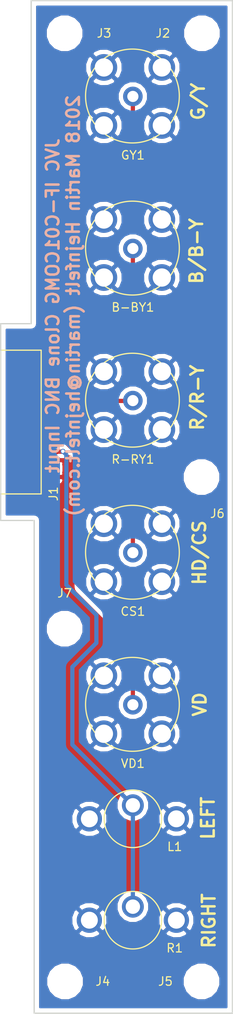
<source format=kicad_pcb>
(kicad_pcb (version 4) (host pcbnew 4.0.7-e2-6376~60~ubuntu17.10.1)

  (general
    (links 37)
    (no_connects 0)
    (area 132.766999 51.740999 160.349001 171.626601)
    (thickness 1.6)
    (drawings 17)
    (tracks 32)
    (zones 0)
    (modules 14)
    (nets 8)
  )

  (page A4)
  (layers
    (0 F.Cu signal)
    (31 B.Cu signal)
    (32 B.Adhes user)
    (33 F.Adhes user)
    (34 B.Paste user)
    (35 F.Paste user)
    (36 B.SilkS user)
    (37 F.SilkS user)
    (38 B.Mask user)
    (39 F.Mask user)
    (40 Dwgs.User user)
    (41 Cmts.User user)
    (42 Eco1.User user)
    (43 Eco2.User user)
    (44 Edge.Cuts user)
    (45 Margin user)
    (46 B.CrtYd user)
    (47 F.CrtYd user)
    (48 B.Fab user)
    (49 F.Fab user)
  )

  (setup
    (last_trace_width 0.5)
    (user_trace_width 0.5)
    (trace_clearance 0.2)
    (zone_clearance 0.508)
    (zone_45_only no)
    (trace_min 0.2)
    (segment_width 0.2)
    (edge_width 0.15)
    (via_size 0.6)
    (via_drill 0.4)
    (via_min_size 0.4)
    (via_min_drill 0.3)
    (uvia_size 0.3)
    (uvia_drill 0.1)
    (uvias_allowed no)
    (uvia_min_size 0.2)
    (uvia_min_drill 0.1)
    (pcb_text_width 0.3)
    (pcb_text_size 1.5 1.5)
    (mod_edge_width 0.15)
    (mod_text_size 1 1)
    (mod_text_width 0.15)
    (pad_size 1.524 1.524)
    (pad_drill 0.762)
    (pad_to_mask_clearance 0.2)
    (aux_axis_origin 0 0)
    (visible_elements FFFFFF7F)
    (pcbplotparams
      (layerselection 0x00030_80000001)
      (usegerberextensions false)
      (excludeedgelayer true)
      (linewidth 0.100000)
      (plotframeref false)
      (viasonmask false)
      (mode 1)
      (useauxorigin false)
      (hpglpennumber 1)
      (hpglpenspeed 20)
      (hpglpendiameter 15)
      (hpglpenoverlay 2)
      (psnegative false)
      (psa4output false)
      (plotreference true)
      (plotvalue true)
      (plotinvisibletext false)
      (padsonsilk false)
      (subtractmaskfromsilk false)
      (outputformat 1)
      (mirror false)
      (drillshape 1)
      (scaleselection 1)
      (outputdirectory ""))
  )

  (net 0 "")
  (net 1 GND)
  (net 2 /B-BY)
  (net 3 /HD-CS)
  (net 4 /G-Y)
  (net 5 /R-RY)
  (net 6 /VD)
  (net 7 /AUDIO)

  (net_class Default "This is the default net class."
    (clearance 0.2)
    (trace_width 0.25)
    (via_dia 0.6)
    (via_drill 0.4)
    (uvia_dia 0.3)
    (uvia_drill 0.1)
    (add_net /AUDIO)
    (add_net /B-BY)
    (add_net /G-Y)
    (add_net /HD-CS)
    (add_net /R-RY)
    (add_net /VD)
    (add_net GND)
  )

  (module Molex_FPC:52852-1472 (layer F.Cu) (tedit 5AE60F8B) (tstamp 5AE602B3)
    (at 138.684 95.1484 270)
    (path /5AE5F372)
    (fp_text reference J1 (at 14.986 -0.4064 270) (layer F.SilkS)
      (effects (font (size 1 1) (thickness 0.15)))
    )
    (fp_text value Conn_01x14 (at 6.45 3.5 270) (layer F.Fab)
      (effects (font (size 1 1) (thickness 0.15)))
    )
    (fp_line (start -2 1.05) (end -2 5.85) (layer F.SilkS) (width 0.15))
    (fp_line (start -2 5.85) (end 15 5.85) (layer F.SilkS) (width 0.15))
    (fp_line (start 15 5.85) (end 15 1.05) (layer F.SilkS) (width 0.15))
    (fp_line (start -2 1.05) (end 15 1.05) (layer F.SilkS) (width 0.15))
    (pad "" smd rect (at 16.15 2.35 270) (size 2.1 2.8) (layers F.Cu F.Paste F.Mask))
    (pad 1 smd rect (at 0 0 270) (size 0.6 1.9) (layers F.Cu F.Paste F.Mask)
      (net 4 /G-Y))
    (pad 2 smd rect (at 1 0 270) (size 0.6 1.9) (layers F.Cu F.Paste F.Mask)
      (net 1 GND))
    (pad 3 smd rect (at 2 0 270) (size 0.6 1.9) (layers F.Cu F.Paste F.Mask)
      (net 2 /B-BY))
    (pad 4 smd rect (at 3 0 270) (size 0.6 1.9) (layers F.Cu F.Paste F.Mask)
      (net 1 GND))
    (pad 5 smd rect (at 4 0 270) (size 0.6 1.9) (layers F.Cu F.Paste F.Mask)
      (net 5 /R-RY))
    (pad 6 smd rect (at 5 0 270) (size 0.6 1.9) (layers F.Cu F.Paste F.Mask)
      (net 1 GND))
    (pad 7 smd rect (at 6 0 270) (size 0.6 1.9) (layers F.Cu F.Paste F.Mask)
      (net 3 /HD-CS))
    (pad 8 smd rect (at 7 0 270) (size 0.6 1.9) (layers F.Cu F.Paste F.Mask)
      (net 1 GND))
    (pad 9 smd rect (at 8 0 270) (size 0.6 1.9) (layers F.Cu F.Paste F.Mask)
      (net 6 /VD))
    (pad 10 smd rect (at 9 0 270) (size 0.6 1.9) (layers F.Cu F.Paste F.Mask)
      (net 1 GND))
    (pad 11 smd rect (at 10 0 270) (size 0.6 1.9) (layers F.Cu F.Paste F.Mask)
      (net 7 /AUDIO))
    (pad 12 smd rect (at 11 0 270) (size 0.6 1.9) (layers F.Cu F.Paste F.Mask)
      (net 1 GND))
    (pad 13 smd rect (at 12 0 270) (size 0.6 1.9) (layers F.Cu F.Paste F.Mask))
    (pad 14 smd rect (at 13 0 270) (size 0.6 1.9) (layers F.Cu F.Paste F.Mask)
      (net 1 GND))
    (pad "" smd rect (at -3.15 2.35 270) (size 2.1 2.8) (layers F.Cu F.Paste F.Mask))
  )

  (module Molex_BNC:73171-1900 (layer F.Cu) (tedit 5AE6029D) (tstamp 5AE602D3)
    (at 148.4884 135.0772)
    (path /5AE5F326)
    (fp_text reference VD1 (at 0 6.95) (layer F.SilkS)
      (effects (font (size 1 1) (thickness 0.15)))
    )
    (fp_text value Conn_Coaxial (at 0 -6.25) (layer F.Fab)
      (effects (font (size 1 1) (thickness 0.15)))
    )
    (fp_circle (center -0.05 -0.05) (end 5.5 0) (layer F.SilkS) (width 0.15))
    (pad 2 thru_hole circle (at -3.43 3.43) (size 3.16 3.16) (drill 2.16) (layers *.Cu *.Mask)
      (net 1 GND))
    (pad 2 thru_hole circle (at 3.43 3.43) (size 3.16 3.16) (drill 2.16) (layers *.Cu *.Mask)
      (net 1 GND))
    (pad 2 thru_hole circle (at 3.43 -3.43) (size 3.16 3.16) (drill 2.16) (layers *.Cu *.Mask)
      (net 1 GND))
    (pad 1 thru_hole circle (at 0 0) (size 2.32 2.32) (drill 1.32) (layers *.Cu *.Mask)
      (net 6 /VD))
    (pad 2 thru_hole circle (at -3.43 -3.43) (size 3.16 3.16) (drill 2.16) (layers *.Cu *.Mask)
      (net 1 GND))
  )

  (module Molex_BNC:73171-1900 (layer F.Cu) (tedit 5AE6029D) (tstamp 5AE602C3)
    (at 148.4884 99.1108)
    (path /5AE5F283)
    (fp_text reference R-RY1 (at 0 6.95) (layer F.SilkS)
      (effects (font (size 1 1) (thickness 0.15)))
    )
    (fp_text value Conn_Coaxial (at 0 -6.25) (layer F.Fab)
      (effects (font (size 1 1) (thickness 0.15)))
    )
    (fp_circle (center -0.05 -0.05) (end 5.5 0) (layer F.SilkS) (width 0.15))
    (pad 2 thru_hole circle (at -3.43 3.43) (size 3.16 3.16) (drill 2.16) (layers *.Cu *.Mask)
      (net 1 GND))
    (pad 2 thru_hole circle (at 3.43 3.43) (size 3.16 3.16) (drill 2.16) (layers *.Cu *.Mask)
      (net 1 GND))
    (pad 2 thru_hole circle (at 3.43 -3.43) (size 3.16 3.16) (drill 2.16) (layers *.Cu *.Mask)
      (net 1 GND))
    (pad 1 thru_hole circle (at 0 0) (size 2.32 2.32) (drill 1.32) (layers *.Cu *.Mask)
      (net 5 /R-RY))
    (pad 2 thru_hole circle (at -3.43 -3.43) (size 3.16 3.16) (drill 2.16) (layers *.Cu *.Mask)
      (net 1 GND))
  )

  (module Molex_BNC:73171-1900 (layer F.Cu) (tedit 5AE6029D) (tstamp 5AE6029F)
    (at 148.4884 63.1444)
    (path /5AE5E4B8)
    (fp_text reference GY1 (at 0 6.95) (layer F.SilkS)
      (effects (font (size 1 1) (thickness 0.15)))
    )
    (fp_text value Conn_Coaxial (at 0 -6.25) (layer F.Fab)
      (effects (font (size 1 1) (thickness 0.15)))
    )
    (fp_circle (center -0.05 -0.05) (end 5.5 0) (layer F.SilkS) (width 0.15))
    (pad 2 thru_hole circle (at -3.43 3.43) (size 3.16 3.16) (drill 2.16) (layers *.Cu *.Mask)
      (net 1 GND))
    (pad 2 thru_hole circle (at 3.43 3.43) (size 3.16 3.16) (drill 2.16) (layers *.Cu *.Mask)
      (net 1 GND))
    (pad 2 thru_hole circle (at 3.43 -3.43) (size 3.16 3.16) (drill 2.16) (layers *.Cu *.Mask)
      (net 1 GND))
    (pad 1 thru_hole circle (at 0 0) (size 2.32 2.32) (drill 1.32) (layers *.Cu *.Mask)
      (net 4 /G-Y))
    (pad 2 thru_hole circle (at -3.43 -3.43) (size 3.16 3.16) (drill 2.16) (layers *.Cu *.Mask)
      (net 1 GND))
  )

  (module Molex_BNC:73171-1900 (layer F.Cu) (tedit 5AE6029D) (tstamp 5AE60296)
    (at 148.4884 117.094)
    (path /5AE5F2D8)
    (fp_text reference CS1 (at 0 6.95) (layer F.SilkS)
      (effects (font (size 1 1) (thickness 0.15)))
    )
    (fp_text value Conn_Coaxial (at 0 -6.25) (layer F.Fab)
      (effects (font (size 1 1) (thickness 0.15)))
    )
    (fp_circle (center -0.05 -0.05) (end 5.5 0) (layer F.SilkS) (width 0.15))
    (pad 2 thru_hole circle (at -3.43 3.43) (size 3.16 3.16) (drill 2.16) (layers *.Cu *.Mask)
      (net 1 GND))
    (pad 2 thru_hole circle (at 3.43 3.43) (size 3.16 3.16) (drill 2.16) (layers *.Cu *.Mask)
      (net 1 GND))
    (pad 2 thru_hole circle (at 3.43 -3.43) (size 3.16 3.16) (drill 2.16) (layers *.Cu *.Mask)
      (net 1 GND))
    (pad 1 thru_hole circle (at 0 0) (size 2.32 2.32) (drill 1.32) (layers *.Cu *.Mask)
      (net 3 /HD-CS))
    (pad 2 thru_hole circle (at -3.43 -3.43) (size 3.16 3.16) (drill 2.16) (layers *.Cu *.Mask)
      (net 1 GND))
  )

  (module Molex_BNC:73171-1900 (layer F.Cu) (tedit 5AE6029D) (tstamp 5AE6028D)
    (at 148.4884 81.1276)
    (path /5AE5F1FD)
    (fp_text reference B-BY1 (at 0 6.95) (layer F.SilkS)
      (effects (font (size 1 1) (thickness 0.15)))
    )
    (fp_text value Conn_Coaxial (at 0 -6.25) (layer F.Fab)
      (effects (font (size 1 1) (thickness 0.15)))
    )
    (fp_circle (center -0.05 -0.05) (end 5.5 0) (layer F.SilkS) (width 0.15))
    (pad 2 thru_hole circle (at -3.43 3.43) (size 3.16 3.16) (drill 2.16) (layers *.Cu *.Mask)
      (net 1 GND))
    (pad 2 thru_hole circle (at 3.43 3.43) (size 3.16 3.16) (drill 2.16) (layers *.Cu *.Mask)
      (net 1 GND))
    (pad 2 thru_hole circle (at 3.43 -3.43) (size 3.16 3.16) (drill 2.16) (layers *.Cu *.Mask)
      (net 1 GND))
    (pad 1 thru_hole circle (at 0 0) (size 2.32 2.32) (drill 1.32) (layers *.Cu *.Mask)
      (net 2 /B-BY))
    (pad 2 thru_hole circle (at -3.43 -3.43) (size 3.16 3.16) (drill 2.16) (layers *.Cu *.Mask)
      (net 1 GND))
  )

  (module Mounting_Holes:MountingHole_3.2mm_M3 (layer F.Cu) (tedit 5AE61870) (tstamp 5AE6089A)
    (at 156.6672 55.6768)
    (descr "Mounting Hole 3.2mm, no annular, M3")
    (tags "mounting hole 3.2mm no annular m3")
    (path /5AE608A6)
    (fp_text reference J2 (at -4.6228 0) (layer F.SilkS)
      (effects (font (size 1 1) (thickness 0.15)))
    )
    (fp_text value TEST_1P (at 0 4.2) (layer F.Fab)
      (effects (font (size 1 1) (thickness 0.15)))
    )
    (fp_circle (center 0 0) (end 3.2 0) (layer Cmts.User) (width 0.15))
    (fp_circle (center 0 0) (end 3.45 0) (layer F.CrtYd) (width 0.05))
    (pad 1 np_thru_hole circle (at 0 0) (size 3.2 3.2) (drill 3.2) (layers *.Cu *.Mask))
  )

  (module Mounting_Holes:MountingHole_3.2mm_M3 (layer F.Cu) (tedit 5AE6186B) (tstamp 5AE6089F)
    (at 140.4112 55.6768)
    (descr "Mounting Hole 3.2mm, no annular, M3")
    (tags "mounting hole 3.2mm no annular m3")
    (path /5AE6092E)
    (fp_text reference J3 (at 4.6736 0) (layer F.SilkS)
      (effects (font (size 1 1) (thickness 0.15)))
    )
    (fp_text value TEST_1P (at 0 4.2) (layer F.Fab)
      (effects (font (size 1 1) (thickness 0.15)))
    )
    (fp_circle (center 0 0) (end 3.2 0) (layer Cmts.User) (width 0.15))
    (fp_circle (center 0 0) (end 3.45 0) (layer F.CrtYd) (width 0.05))
    (pad 1 np_thru_hole circle (at 0 0) (size 3.2 3.2) (drill 3.2) (layers *.Cu *.Mask))
  )

  (module Mounting_Holes:MountingHole_3.2mm_M3 (layer F.Cu) (tedit 5AE6187A) (tstamp 5AE608A4)
    (at 140.462 167.7924)
    (descr "Mounting Hole 3.2mm, no annular, M3")
    (tags "mounting hole 3.2mm no annular m3")
    (path /5AE60982)
    (fp_text reference J4 (at 4.4704 0) (layer F.SilkS)
      (effects (font (size 1 1) (thickness 0.15)))
    )
    (fp_text value TEST_1P (at 0 4.2) (layer F.Fab)
      (effects (font (size 1 1) (thickness 0.15)))
    )
    (fp_circle (center 0 0) (end 3.2 0) (layer Cmts.User) (width 0.15))
    (fp_circle (center 0 0) (end 3.45 0) (layer F.CrtYd) (width 0.05))
    (pad 1 np_thru_hole circle (at 0 0) (size 3.2 3.2) (drill 3.2) (layers *.Cu *.Mask))
  )

  (module Mounting_Holes:MountingHole_3.2mm_M3 (layer F.Cu) (tedit 5AE6187C) (tstamp 5AE608A9)
    (at 156.6164 167.7924)
    (descr "Mounting Hole 3.2mm, no annular, M3")
    (tags "mounting hole 3.2mm no annular m3")
    (path /5AE609CF)
    (fp_text reference J5 (at -4.2672 0 180) (layer F.SilkS)
      (effects (font (size 1 1) (thickness 0.15)))
    )
    (fp_text value TEST_1P (at 0 4.2) (layer F.Fab)
      (effects (font (size 1 1) (thickness 0.15)))
    )
    (fp_circle (center 0 0) (end 3.2 0) (layer Cmts.User) (width 0.15))
    (fp_circle (center 0 0) (end 3.45 0) (layer F.CrtYd) (width 0.05))
    (pad 1 np_thru_hole circle (at 0 0) (size 3.2 3.2) (drill 3.2) (layers *.Cu *.Mask))
  )

  (module Mounting_Holes:MountingHole_3.2mm_M3 (layer F.Cu) (tedit 5AE60FC8) (tstamp 5AE608AE)
    (at 156.6164 108.1532)
    (descr "Mounting Hole 3.2mm, no annular, M3")
    (tags "mounting hole 3.2mm no annular m3")
    (path /5AE60AF5)
    (fp_text reference J6 (at 1.8796 4.318) (layer F.SilkS)
      (effects (font (size 1 1) (thickness 0.15)))
    )
    (fp_text value TEST_1P (at 0 4.2) (layer F.Fab)
      (effects (font (size 1 1) (thickness 0.15)))
    )
    (fp_circle (center 0 0) (end 3.2 0) (layer Cmts.User) (width 0.15))
    (fp_circle (center 0 0) (end 3.45 0) (layer F.CrtYd) (width 0.05))
    (pad 1 np_thru_hole circle (at 0 0) (size 3.2 3.2) (drill 3.2) (layers *.Cu *.Mask))
  )

  (module Mounting_Holes:MountingHole_3.2mm_M3 (layer F.Cu) (tedit 56D1B4CB) (tstamp 5AE608B3)
    (at 140.4112 126.0856)
    (descr "Mounting Hole 3.2mm, no annular, M3")
    (tags "mounting hole 3.2mm no annular m3")
    (path /5AE60DBC)
    (fp_text reference J7 (at 0 -4.2) (layer F.SilkS)
      (effects (font (size 1 1) (thickness 0.15)))
    )
    (fp_text value TEST_1P (at 0 4.2) (layer F.Fab)
      (effects (font (size 1 1) (thickness 0.15)))
    )
    (fp_circle (center 0 0) (end 3.2 0) (layer Cmts.User) (width 0.15))
    (fp_circle (center 0 0) (end 3.45 0) (layer F.CrtYd) (width 0.05))
    (pad 1 np_thru_hole circle (at 0 0) (size 3.2 3.2) (drill 3.2) (layers *.Cu *.Mask))
  )

  (module RCA:RCJ-02 (layer F.Cu) (tedit 5AE60EEB) (tstamp 5AE602CA)
    (at 148.4884 158.9532)
    (path /5AE5F7AB)
    (fp_text reference R1 (at 4.95 4.9) (layer F.SilkS)
      (effects (font (size 1 1) (thickness 0.15)))
    )
    (fp_text value Conn_Coaxial (at -4.15 -2.25) (layer F.Fab)
      (effects (font (size 1 1) (thickness 0.15)))
    )
    (fp_circle (center 0 1.6) (end 0 5) (layer F.SilkS) (width 0.15))
    (pad 2 thru_hole circle (at -5.15 1.6) (size 3 3) (drill 2) (layers *.Cu *.Mask)
      (net 1 GND))
    (pad 2 thru_hole circle (at 5.15 1.6) (size 3 3) (drill 2) (layers *.Cu *.Mask)
      (net 1 GND))
    (pad 1 thru_hole circle (at 0 0) (size 2.6 2.6) (drill 1.7) (layers *.Cu *.Mask)
      (net 7 /AUDIO))
  )

  (module RCA:RCJ-02 (layer F.Cu) (tedit 5AE60EEB) (tstamp 5AE602BA)
    (at 148.4884 146.9644)
    (path /5AE5F753)
    (fp_text reference L1 (at 4.95 4.9) (layer F.SilkS)
      (effects (font (size 1 1) (thickness 0.15)))
    )
    (fp_text value Conn_Coaxial (at -4.15 -2.25) (layer F.Fab)
      (effects (font (size 1 1) (thickness 0.15)))
    )
    (fp_circle (center 0 1.6) (end 0 5) (layer F.SilkS) (width 0.15))
    (pad 2 thru_hole circle (at -5.15 1.6) (size 3 3) (drill 2) (layers *.Cu *.Mask)
      (net 1 GND))
    (pad 2 thru_hole circle (at 5.15 1.6) (size 3 3) (drill 2) (layers *.Cu *.Mask)
      (net 1 GND))
    (pad 1 thru_hole circle (at 0 0) (size 2.6 2.6) (drill 1.7) (layers *.Cu *.Mask)
      (net 7 /AUDIO))
  )

  (gr_line (start 136.4488 51.816) (end 136.4488 90.0176) (angle 90) (layer Edge.Cuts) (width 0.15))
  (gr_line (start 160.274 51.816) (end 136.4488 51.816) (angle 90) (layer Edge.Cuts) (width 0.15))
  (gr_line (start 160.274 171.5516) (end 160.274 51.816) (angle 90) (layer Edge.Cuts) (width 0.15))
  (gr_line (start 160.2232 171.5516) (end 160.274 171.5516) (angle 90) (layer Edge.Cuts) (width 0.15))
  (gr_line (start 136.8044 171.5516) (end 160.2232 171.5516) (angle 90) (layer Edge.Cuts) (width 0.15))
  (gr_line (start 136.8044 113.284) (end 136.8044 171.5516) (angle 90) (layer Edge.Cuts) (width 0.15))
  (gr_text "JVC IF-C01COMG Clone BNC Input\n2018 Martin Hejnfelt (martin@hejnfelt.com)" (at 140.208 87.884 90) (layer B.SilkS)
    (effects (font (size 1.5 1.5) (thickness 0.3)) (justify mirror))
  )
  (gr_text RIGHT (at 157.48 160.6296 90) (layer F.SilkS)
    (effects (font (size 1.5 1.5) (thickness 0.3)))
  )
  (gr_text LEFT (at 157.3784 148.4884 90) (layer F.SilkS)
    (effects (font (size 1.5 1.5) (thickness 0.3)))
  )
  (gr_text VD (at 156.4132 135.0264 90) (layer F.SilkS)
    (effects (font (size 1.5 1.5) (thickness 0.3)))
  )
  (gr_text HD/CS (at 156.3624 117.094 90) (layer F.SilkS)
    (effects (font (size 1.5 1.5) (thickness 0.3)))
  )
  (gr_text R/R-Y (at 156.1084 98.7552 90) (layer F.SilkS)
    (effects (font (size 1.5 1.5) (thickness 0.3)))
  )
  (gr_text B/B-Y (at 156.0068 81.4324 90) (layer F.SilkS)
    (effects (font (size 1.5 1.5) (thickness 0.3)))
  )
  (gr_text G/Y (at 156.21 63.754 90) (layer F.SilkS)
    (effects (font (size 1.5 1.5) (thickness 0.3)))
  )
  (gr_line (start 132.842 90.0176) (end 132.842 113.284) (angle 90) (layer Edge.Cuts) (width 0.15))
  (gr_line (start 136.4488 90.0176) (end 132.842 90.0176) (angle 90) (layer Edge.Cuts) (width 0.15))
  (gr_line (start 136.8044 113.284) (end 132.842 113.284) (angle 90) (layer Edge.Cuts) (width 0.15))

  (segment (start 138.684 97.1484) (end 140.6972 97.1484) (width 0.5) (layer F.Cu) (net 2))
  (segment (start 148.4884 86.2584) (end 148.4884 81.1276) (width 0.5) (layer F.Cu) (net 2) (tstamp 5AE617F8))
  (segment (start 141.986 92.7608) (end 148.4884 86.2584) (width 0.5) (layer F.Cu) (net 2) (tstamp 5AE617F6))
  (segment (start 141.986 95.8596) (end 141.986 92.7608) (width 0.5) (layer F.Cu) (net 2) (tstamp 5AE617F4))
  (segment (start 140.6972 97.1484) (end 141.986 95.8596) (width 0.5) (layer F.Cu) (net 2) (tstamp 5AE617F3))
  (segment (start 138.684 101.1484) (end 140.2644 101.1484) (width 0.5) (layer F.Cu) (net 3))
  (segment (start 148.4884 110.49) (end 148.4884 117.094) (width 0.5) (layer F.Cu) (net 3) (tstamp 5AE61812))
  (segment (start 143.4592 105.4608) (end 148.4884 110.49) (width 0.5) (layer F.Cu) (net 3) (tstamp 5AE61810))
  (segment (start 143.4592 104.3432) (end 143.4592 105.4608) (width 0.5) (layer F.Cu) (net 3) (tstamp 5AE6180F))
  (segment (start 140.2644 101.1484) (end 143.4592 104.3432) (width 0.5) (layer F.Cu) (net 3) (tstamp 5AE6180D))
  (segment (start 138.684 95.1484) (end 138.684 78.232) (width 0.5) (layer F.Cu) (net 4))
  (segment (start 148.4884 68.4276) (end 148.4884 63.1444) (width 0.5) (layer F.Cu) (net 4) (tstamp 5AE61803))
  (segment (start 138.684 78.232) (end 148.4884 68.4276) (width 0.5) (layer F.Cu) (net 4) (tstamp 5AE617FD))
  (segment (start 138.684 99.1484) (end 148.4508 99.1484) (width 0.5) (layer F.Cu) (net 5))
  (segment (start 148.4508 99.1484) (end 148.4884 99.1108) (width 0.5) (layer F.Cu) (net 5) (tstamp 5AE617EC))
  (segment (start 148.4508 99.1484) (end 148.4884 99.1108) (width 0.25) (layer F.Cu) (net 5) (tstamp 5AE6048D))
  (segment (start 138.684 103.1484) (end 139.6736 103.1484) (width 0.5) (layer F.Cu) (net 6))
  (segment (start 148.4884 127.3048) (end 148.4884 135.0772) (width 0.5) (layer F.Cu) (net 6) (tstamp 5AE61C7C))
  (segment (start 142.3416 121.158) (end 148.4884 127.3048) (width 0.5) (layer F.Cu) (net 6) (tstamp 5AE61C79))
  (segment (start 142.3416 105.8164) (end 142.3416 121.158) (width 0.5) (layer F.Cu) (net 6) (tstamp 5AE61C74))
  (segment (start 139.6736 103.1484) (end 142.3416 105.8164) (width 0.5) (layer F.Cu) (net 6) (tstamp 5AE61C70))
  (segment (start 148.4884 146.9644) (end 148.4884 158.9532) (width 0.5) (layer B.Cu) (net 7))
  (segment (start 138.684 105.1484) (end 140.1648 105.1484) (width 0.5) (layer F.Cu) (net 7))
  (segment (start 141.3256 139.8016) (end 148.4884 146.9644) (width 0.5) (layer B.Cu) (net 7) (tstamp 5AE61857))
  (segment (start 141.3256 130.6068) (end 141.3256 139.8016) (width 0.5) (layer B.Cu) (net 7) (tstamp 5AE61853))
  (segment (start 144.1704 127.762) (end 141.3256 130.6068) (width 0.5) (layer B.Cu) (net 7) (tstamp 5AE61851))
  (segment (start 144.1704 124.46) (end 144.1704 127.762) (width 0.5) (layer B.Cu) (net 7) (tstamp 5AE6184F))
  (segment (start 140.6144 120.904) (end 144.1704 124.46) (width 0.5) (layer B.Cu) (net 7) (tstamp 5AE61845))
  (segment (start 140.6144 105.5116) (end 140.6144 120.904) (width 0.5) (layer B.Cu) (net 7) (tstamp 5AE6183E))
  (segment (start 140.208 105.1052) (end 140.6144 105.5116) (width 0.5) (layer B.Cu) (net 7) (tstamp 5AE6183D))
  (via (at 140.208 105.1052) (size 0.6) (drill 0.4) (layers F.Cu B.Cu) (net 7))
  (segment (start 140.1648 105.1484) (end 140.208 105.1052) (width 0.5) (layer F.Cu) (net 7) (tstamp 5AE6183B))

  (zone (net 1) (net_name GND) (layer F.Cu) (tstamp 5AE60B29) (hatch edge 0.508)
    (connect_pads (clearance 0.508))
    (min_thickness 0.254)
    (fill yes (arc_segments 16) (thermal_gap 0.508) (thermal_bridge_width 0.508))
    (polygon
      (pts
        (xy 160.1216 171.3992) (xy 136.9568 171.3992) (xy 136.9568 113.1316) (xy 132.9944 113.1316) (xy 132.9944 90.17)
        (xy 136.6012 90.17) (xy 136.6012 51.9684) (xy 160.1216 51.9684)
      )
    )
    (filled_polygon
      (pts
        (xy 159.564 170.8416) (xy 137.5144 170.8416) (xy 137.5144 168.235019) (xy 138.226613 168.235019) (xy 138.566155 169.056772)
        (xy 139.194321 169.686036) (xy 140.015481 170.027011) (xy 140.904619 170.027787) (xy 141.726372 169.688245) (xy 142.355636 169.060079)
        (xy 142.696611 168.238919) (xy 142.696614 168.235019) (xy 154.381013 168.235019) (xy 154.720555 169.056772) (xy 155.348721 169.686036)
        (xy 156.169881 170.027011) (xy 157.059019 170.027787) (xy 157.880772 169.688245) (xy 158.510036 169.060079) (xy 158.851011 168.238919)
        (xy 158.851787 167.349781) (xy 158.512245 166.528028) (xy 157.884079 165.898764) (xy 157.062919 165.557789) (xy 156.173781 165.557013)
        (xy 155.352028 165.896555) (xy 154.722764 166.524721) (xy 154.381789 167.345881) (xy 154.381013 168.235019) (xy 142.696614 168.235019)
        (xy 142.697387 167.349781) (xy 142.357845 166.528028) (xy 141.729679 165.898764) (xy 140.908519 165.557789) (xy 140.019381 165.557013)
        (xy 139.197628 165.896555) (xy 138.568364 166.524721) (xy 138.227389 167.345881) (xy 138.226613 168.235019) (xy 137.5144 168.235019)
        (xy 137.5144 162.06717) (xy 142.004035 162.06717) (xy 142.163818 162.385939) (xy 142.954587 162.695923) (xy 143.803787 162.679697)
        (xy 144.512982 162.385939) (xy 144.672765 162.06717) (xy 152.304035 162.06717) (xy 152.463818 162.385939) (xy 153.254587 162.695923)
        (xy 154.103787 162.679697) (xy 154.812982 162.385939) (xy 154.972765 162.06717) (xy 153.6384 160.732805) (xy 152.304035 162.06717)
        (xy 144.672765 162.06717) (xy 143.3384 160.732805) (xy 142.004035 162.06717) (xy 137.5144 162.06717) (xy 137.5144 160.169387)
        (xy 141.195677 160.169387) (xy 141.211903 161.018587) (xy 141.505661 161.727782) (xy 141.82443 161.887565) (xy 143.158795 160.5532)
        (xy 143.518005 160.5532) (xy 144.85237 161.887565) (xy 145.171139 161.727782) (xy 145.481123 160.937013) (xy 145.464897 160.087813)
        (xy 145.171139 159.378618) (xy 145.086928 159.336407) (xy 146.553065 159.336407) (xy 146.84703 160.047858) (xy 147.390879 160.592657)
        (xy 148.101816 160.887863) (xy 148.871607 160.888535) (xy 149.583058 160.59457) (xy 150.008983 160.169387) (xy 151.495677 160.169387)
        (xy 151.511903 161.018587) (xy 151.805661 161.727782) (xy 152.12443 161.887565) (xy 153.458795 160.5532) (xy 153.818005 160.5532)
        (xy 155.15237 161.887565) (xy 155.471139 161.727782) (xy 155.781123 160.937013) (xy 155.764897 160.087813) (xy 155.471139 159.378618)
        (xy 155.15237 159.218835) (xy 153.818005 160.5532) (xy 153.458795 160.5532) (xy 152.12443 159.218835) (xy 151.805661 159.378618)
        (xy 151.495677 160.169387) (xy 150.008983 160.169387) (xy 150.127857 160.050721) (xy 150.423063 159.339784) (xy 150.423325 159.03923)
        (xy 152.304035 159.03923) (xy 153.6384 160.373595) (xy 154.972765 159.03923) (xy 154.812982 158.720461) (xy 154.022213 158.410477)
        (xy 153.173013 158.426703) (xy 152.463818 158.720461) (xy 152.304035 159.03923) (xy 150.423325 159.03923) (xy 150.423735 158.569993)
        (xy 150.12977 157.858542) (xy 149.585921 157.313743) (xy 148.874984 157.018537) (xy 148.105193 157.017865) (xy 147.393742 157.31183)
        (xy 146.848943 157.855679) (xy 146.553737 158.566616) (xy 146.553065 159.336407) (xy 145.086928 159.336407) (xy 144.85237 159.218835)
        (xy 143.518005 160.5532) (xy 143.158795 160.5532) (xy 141.82443 159.218835) (xy 141.505661 159.378618) (xy 141.195677 160.169387)
        (xy 137.5144 160.169387) (xy 137.5144 159.03923) (xy 142.004035 159.03923) (xy 143.3384 160.373595) (xy 144.672765 159.03923)
        (xy 144.512982 158.720461) (xy 143.722213 158.410477) (xy 142.873013 158.426703) (xy 142.163818 158.720461) (xy 142.004035 159.03923)
        (xy 137.5144 159.03923) (xy 137.5144 150.07837) (xy 142.004035 150.07837) (xy 142.163818 150.397139) (xy 142.954587 150.707123)
        (xy 143.803787 150.690897) (xy 144.512982 150.397139) (xy 144.672765 150.07837) (xy 152.304035 150.07837) (xy 152.463818 150.397139)
        (xy 153.254587 150.707123) (xy 154.103787 150.690897) (xy 154.812982 150.397139) (xy 154.972765 150.07837) (xy 153.6384 148.744005)
        (xy 152.304035 150.07837) (xy 144.672765 150.07837) (xy 143.3384 148.744005) (xy 142.004035 150.07837) (xy 137.5144 150.07837)
        (xy 137.5144 148.180587) (xy 141.195677 148.180587) (xy 141.211903 149.029787) (xy 141.505661 149.738982) (xy 141.82443 149.898765)
        (xy 143.158795 148.5644) (xy 143.518005 148.5644) (xy 144.85237 149.898765) (xy 145.171139 149.738982) (xy 145.481123 148.948213)
        (xy 145.464897 148.099013) (xy 145.171139 147.389818) (xy 145.086928 147.347607) (xy 146.553065 147.347607) (xy 146.84703 148.059058)
        (xy 147.390879 148.603857) (xy 148.101816 148.899063) (xy 148.871607 148.899735) (xy 149.583058 148.60577) (xy 150.008983 148.180587)
        (xy 151.495677 148.180587) (xy 151.511903 149.029787) (xy 151.805661 149.738982) (xy 152.12443 149.898765) (xy 153.458795 148.5644)
        (xy 153.818005 148.5644) (xy 155.15237 149.898765) (xy 155.471139 149.738982) (xy 155.781123 148.948213) (xy 155.764897 148.099013)
        (xy 155.471139 147.389818) (xy 155.15237 147.230035) (xy 153.818005 148.5644) (xy 153.458795 148.5644) (xy 152.12443 147.230035)
        (xy 151.805661 147.389818) (xy 151.495677 148.180587) (xy 150.008983 148.180587) (xy 150.127857 148.061921) (xy 150.423063 147.350984)
        (xy 150.423325 147.05043) (xy 152.304035 147.05043) (xy 153.6384 148.384795) (xy 154.972765 147.05043) (xy 154.812982 146.731661)
        (xy 154.022213 146.421677) (xy 153.173013 146.437903) (xy 152.463818 146.731661) (xy 152.304035 147.05043) (xy 150.423325 147.05043)
        (xy 150.423735 146.581193) (xy 150.12977 145.869742) (xy 149.585921 145.324943) (xy 148.874984 145.029737) (xy 148.105193 145.029065)
        (xy 147.393742 145.32303) (xy 146.848943 145.866879) (xy 146.553737 146.577816) (xy 146.553065 147.347607) (xy 145.086928 147.347607)
        (xy 144.85237 147.230035) (xy 143.518005 148.5644) (xy 143.158795 148.5644) (xy 141.82443 147.230035) (xy 141.505661 147.389818)
        (xy 141.195677 148.180587) (xy 137.5144 148.180587) (xy 137.5144 147.05043) (xy 142.004035 147.05043) (xy 143.3384 148.384795)
        (xy 144.672765 147.05043) (xy 144.512982 146.731661) (xy 143.722213 146.421677) (xy 142.873013 146.437903) (xy 142.163818 146.731661)
        (xy 142.004035 147.05043) (xy 137.5144 147.05043) (xy 137.5144 140.078957) (xy 143.666248 140.078957) (xy 143.835795 140.406036)
        (xy 144.655513 140.729366) (xy 145.536568 140.714392) (xy 146.281005 140.406036) (xy 146.450552 140.078957) (xy 150.526248 140.078957)
        (xy 150.695795 140.406036) (xy 151.515513 140.729366) (xy 152.396568 140.714392) (xy 153.141005 140.406036) (xy 153.310552 140.078957)
        (xy 151.9184 138.686805) (xy 150.526248 140.078957) (xy 146.450552 140.078957) (xy 145.0584 138.686805) (xy 143.666248 140.078957)
        (xy 137.5144 140.078957) (xy 137.5144 138.104313) (xy 142.836234 138.104313) (xy 142.851208 138.985368) (xy 143.159564 139.729805)
        (xy 143.486643 139.899352) (xy 144.878795 138.5072) (xy 145.238005 138.5072) (xy 146.630157 139.899352) (xy 146.957236 139.729805)
        (xy 147.280566 138.910087) (xy 147.266872 138.104313) (xy 149.696234 138.104313) (xy 149.711208 138.985368) (xy 150.019564 139.729805)
        (xy 150.346643 139.899352) (xy 151.738795 138.5072) (xy 152.098005 138.5072) (xy 153.490157 139.899352) (xy 153.817236 139.729805)
        (xy 154.140566 138.910087) (xy 154.125592 138.029032) (xy 153.817236 137.284595) (xy 153.490157 137.115048) (xy 152.098005 138.5072)
        (xy 151.738795 138.5072) (xy 150.346643 137.115048) (xy 150.019564 137.284595) (xy 149.696234 138.104313) (xy 147.266872 138.104313)
        (xy 147.265592 138.029032) (xy 146.957236 137.284595) (xy 146.630157 137.115048) (xy 145.238005 138.5072) (xy 144.878795 138.5072)
        (xy 143.486643 137.115048) (xy 143.159564 137.284595) (xy 142.836234 138.104313) (xy 137.5144 138.104313) (xy 137.5144 136.935443)
        (xy 143.666248 136.935443) (xy 145.0584 138.327595) (xy 146.450552 136.935443) (xy 150.526248 136.935443) (xy 151.9184 138.327595)
        (xy 153.310552 136.935443) (xy 153.141005 136.608364) (xy 152.321287 136.285034) (xy 151.440232 136.300008) (xy 150.695795 136.608364)
        (xy 150.526248 136.935443) (xy 146.450552 136.935443) (xy 146.281005 136.608364) (xy 145.461287 136.285034) (xy 144.580232 136.300008)
        (xy 143.835795 136.608364) (xy 143.666248 136.935443) (xy 137.5144 136.935443) (xy 137.5144 133.218957) (xy 143.666248 133.218957)
        (xy 143.835795 133.546036) (xy 144.655513 133.869366) (xy 145.536568 133.854392) (xy 146.281005 133.546036) (xy 146.450552 133.218957)
        (xy 145.0584 131.826805) (xy 143.666248 133.218957) (xy 137.5144 133.218957) (xy 137.5144 131.244313) (xy 142.836234 131.244313)
        (xy 142.851208 132.125368) (xy 143.159564 132.869805) (xy 143.486643 133.039352) (xy 144.878795 131.6472) (xy 145.238005 131.6472)
        (xy 146.630157 133.039352) (xy 146.957236 132.869805) (xy 147.280566 132.050087) (xy 147.265592 131.169032) (xy 146.957236 130.424595)
        (xy 146.630157 130.255048) (xy 145.238005 131.6472) (xy 144.878795 131.6472) (xy 143.486643 130.255048) (xy 143.159564 130.424595)
        (xy 142.836234 131.244313) (xy 137.5144 131.244313) (xy 137.5144 130.075443) (xy 143.666248 130.075443) (xy 145.0584 131.467595)
        (xy 146.450552 130.075443) (xy 146.281005 129.748364) (xy 145.461287 129.425034) (xy 144.580232 129.440008) (xy 143.835795 129.748364)
        (xy 143.666248 130.075443) (xy 137.5144 130.075443) (xy 137.5144 126.528219) (xy 138.175813 126.528219) (xy 138.515355 127.349972)
        (xy 139.143521 127.979236) (xy 139.964681 128.320211) (xy 140.853819 128.320987) (xy 141.675572 127.981445) (xy 142.304836 127.353279)
        (xy 142.645811 126.532119) (xy 142.646587 125.642981) (xy 142.307045 124.821228) (xy 141.678879 124.191964) (xy 140.857719 123.850989)
        (xy 139.968581 123.850213) (xy 139.146828 124.189755) (xy 138.517564 124.817921) (xy 138.176589 125.639081) (xy 138.175813 126.528219)
        (xy 137.5144 126.528219) (xy 137.5144 113.284) (xy 137.460354 113.012295) (xy 137.449359 112.99584) (xy 137.734 112.99584)
        (xy 137.969317 112.951562) (xy 138.185441 112.81249) (xy 138.330431 112.60029) (xy 138.38144 112.3484) (xy 138.38144 110.2484)
        (xy 138.337162 110.013083) (xy 138.19809 109.796959) (xy 137.98589 109.651969) (xy 137.734 109.60096) (xy 134.934 109.60096)
        (xy 134.698683 109.645238) (xy 134.482559 109.78431) (xy 134.337569 109.99651) (xy 134.28656 110.2484) (xy 134.28656 112.3484)
        (xy 134.32901 112.574) (xy 133.552 112.574) (xy 133.552 108.43415) (xy 137.099 108.43415) (xy 137.099 108.574709)
        (xy 137.195673 108.808098) (xy 137.374301 108.986727) (xy 137.60769 109.0834) (xy 138.39825 109.0834) (xy 138.557 108.92465)
        (xy 138.557 108.2754) (xy 138.811 108.2754) (xy 138.811 108.92465) (xy 138.96975 109.0834) (xy 139.76031 109.0834)
        (xy 139.993699 108.986727) (xy 140.172327 108.808098) (xy 140.269 108.574709) (xy 140.269 108.43415) (xy 140.11025 108.2754)
        (xy 138.811 108.2754) (xy 138.557 108.2754) (xy 137.25775 108.2754) (xy 137.099 108.43415) (xy 133.552 108.43415)
        (xy 133.552 106.8484) (xy 137.08656 106.8484) (xy 137.08656 107.4484) (xy 137.125858 107.65725) (xy 137.099 107.722091)
        (xy 137.099 107.86265) (xy 137.25775 108.0214) (xy 137.447818 108.0214) (xy 137.48211 108.044831) (xy 137.734 108.09584)
        (xy 139.634 108.09584) (xy 139.869317 108.051562) (xy 139.91619 108.0214) (xy 140.11025 108.0214) (xy 140.269 107.86265)
        (xy 140.269 107.722091) (xy 140.24013 107.652393) (xy 140.28144 107.4484) (xy 140.28144 106.8484) (xy 140.242142 106.63955)
        (xy 140.269 106.574709) (xy 140.269 106.43415) (xy 140.11025 106.2754) (xy 139.920182 106.2754) (xy 139.88589 106.251969)
        (xy 139.634 106.20096) (xy 137.734 106.20096) (xy 137.498683 106.245238) (xy 137.45181 106.2754) (xy 137.25775 106.2754)
        (xy 137.099 106.43415) (xy 137.099 106.574709) (xy 137.12787 106.644407) (xy 137.08656 106.8484) (xy 133.552 106.8484)
        (xy 133.552 100.8484) (xy 137.08656 100.8484) (xy 137.08656 101.4484) (xy 137.125858 101.65725) (xy 137.099 101.722091)
        (xy 137.099 101.86265) (xy 137.25775 102.0214) (xy 137.447818 102.0214) (xy 137.48211 102.044831) (xy 137.734 102.09584)
        (xy 138.831 102.09584) (xy 138.831 102.20096) (xy 137.734 102.20096) (xy 137.498683 102.245238) (xy 137.45181 102.2754)
        (xy 137.25775 102.2754) (xy 137.099 102.43415) (xy 137.099 102.574709) (xy 137.12787 102.644407) (xy 137.08656 102.8484)
        (xy 137.08656 103.4484) (xy 137.125858 103.65725) (xy 137.099 103.722091) (xy 137.099 103.86265) (xy 137.25775 104.0214)
        (xy 137.447818 104.0214) (xy 137.48211 104.044831) (xy 137.734 104.09584) (xy 138.831 104.09584) (xy 138.831 104.20096)
        (xy 137.734 104.20096) (xy 137.498683 104.245238) (xy 137.45181 104.2754) (xy 137.25775 104.2754) (xy 137.099 104.43415)
        (xy 137.099 104.574709) (xy 137.12787 104.644407) (xy 137.08656 104.8484) (xy 137.08656 105.4484) (xy 137.125858 105.65725)
        (xy 137.099 105.722091) (xy 137.099 105.86265) (xy 137.25775 106.0214) (xy 137.447818 106.0214) (xy 137.48211 106.044831)
        (xy 137.734 106.09584) (xy 139.634 106.09584) (xy 139.869317 106.051562) (xy 139.897542 106.0334) (xy 140.005215 106.0334)
        (xy 140.021201 106.040038) (xy 140.393167 106.040362) (xy 140.736943 105.898317) (xy 140.95463 105.681009) (xy 141.4566 106.182979)
        (xy 141.4566 121.157995) (xy 141.456599 121.158) (xy 141.51279 121.440484) (xy 141.523967 121.496675) (xy 141.690964 121.746605)
        (xy 141.71581 121.78379) (xy 147.6034 127.671379) (xy 147.6034 133.500682) (xy 147.472943 133.554586) (xy 146.96756 134.059087)
        (xy 146.693712 134.718586) (xy 146.693089 135.432681) (xy 146.965786 136.092657) (xy 147.470287 136.59804) (xy 148.129786 136.871888)
        (xy 148.843881 136.872511) (xy 149.503857 136.599814) (xy 150.00924 136.095313) (xy 150.283088 135.435814) (xy 150.283711 134.721719)
        (xy 150.011014 134.061743) (xy 149.506513 133.55636) (xy 149.3734 133.501087) (xy 149.3734 133.218957) (xy 150.526248 133.218957)
        (xy 150.695795 133.546036) (xy 151.515513 133.869366) (xy 152.396568 133.854392) (xy 153.141005 133.546036) (xy 153.310552 133.218957)
        (xy 151.9184 131.826805) (xy 150.526248 133.218957) (xy 149.3734 133.218957) (xy 149.3734 131.244313) (xy 149.696234 131.244313)
        (xy 149.711208 132.125368) (xy 150.019564 132.869805) (xy 150.346643 133.039352) (xy 151.738795 131.6472) (xy 152.098005 131.6472)
        (xy 153.490157 133.039352) (xy 153.817236 132.869805) (xy 154.140566 132.050087) (xy 154.125592 131.169032) (xy 153.817236 130.424595)
        (xy 153.490157 130.255048) (xy 152.098005 131.6472) (xy 151.738795 131.6472) (xy 150.346643 130.255048) (xy 150.019564 130.424595)
        (xy 149.696234 131.244313) (xy 149.3734 131.244313) (xy 149.3734 130.075443) (xy 150.526248 130.075443) (xy 151.9184 131.467595)
        (xy 153.310552 130.075443) (xy 153.141005 129.748364) (xy 152.321287 129.425034) (xy 151.440232 129.440008) (xy 150.695795 129.748364)
        (xy 150.526248 130.075443) (xy 149.3734 130.075443) (xy 149.3734 127.304805) (xy 149.373401 127.3048) (xy 149.306033 126.966126)
        (xy 149.306033 126.966125) (xy 149.11419 126.67901) (xy 149.114187 126.679008) (xy 145.172558 122.737379) (xy 145.536568 122.731192)
        (xy 146.281005 122.422836) (xy 146.450552 122.095757) (xy 150.526248 122.095757) (xy 150.695795 122.422836) (xy 151.515513 122.746166)
        (xy 152.396568 122.731192) (xy 153.141005 122.422836) (xy 153.310552 122.095757) (xy 151.9184 120.703605) (xy 150.526248 122.095757)
        (xy 146.450552 122.095757) (xy 145.0584 120.703605) (xy 145.044258 120.717748) (xy 144.864653 120.538143) (xy 144.878795 120.524)
        (xy 145.238005 120.524) (xy 146.630157 121.916152) (xy 146.957236 121.746605) (xy 147.280566 120.926887) (xy 147.266872 120.121113)
        (xy 149.696234 120.121113) (xy 149.711208 121.002168) (xy 150.019564 121.746605) (xy 150.346643 121.916152) (xy 151.738795 120.524)
        (xy 152.098005 120.524) (xy 153.490157 121.916152) (xy 153.817236 121.746605) (xy 154.140566 120.926887) (xy 154.125592 120.045832)
        (xy 153.817236 119.301395) (xy 153.490157 119.131848) (xy 152.098005 120.524) (xy 151.738795 120.524) (xy 150.346643 119.131848)
        (xy 150.019564 119.301395) (xy 149.696234 120.121113) (xy 147.266872 120.121113) (xy 147.265592 120.045832) (xy 146.957236 119.301395)
        (xy 146.630157 119.131848) (xy 145.238005 120.524) (xy 144.878795 120.524) (xy 143.486643 119.131848) (xy 143.2266 119.266646)
        (xy 143.2266 118.952243) (xy 143.666248 118.952243) (xy 145.0584 120.344395) (xy 146.450552 118.952243) (xy 150.526248 118.952243)
        (xy 151.9184 120.344395) (xy 153.310552 118.952243) (xy 153.141005 118.625164) (xy 152.321287 118.301834) (xy 151.440232 118.316808)
        (xy 150.695795 118.625164) (xy 150.526248 118.952243) (xy 146.450552 118.952243) (xy 146.281005 118.625164) (xy 145.461287 118.301834)
        (xy 144.580232 118.316808) (xy 143.835795 118.625164) (xy 143.666248 118.952243) (xy 143.2266 118.952243) (xy 143.2266 115.235757)
        (xy 143.666248 115.235757) (xy 143.835795 115.562836) (xy 144.655513 115.886166) (xy 145.536568 115.871192) (xy 146.281005 115.562836)
        (xy 146.450552 115.235757) (xy 145.0584 113.843605) (xy 143.666248 115.235757) (xy 143.2266 115.235757) (xy 143.2266 114.921354)
        (xy 143.486643 115.056152) (xy 144.878795 113.664) (xy 145.238005 113.664) (xy 146.630157 115.056152) (xy 146.957236 114.886605)
        (xy 147.280566 114.066887) (xy 147.265592 113.185832) (xy 146.957236 112.441395) (xy 146.630157 112.271848) (xy 145.238005 113.664)
        (xy 144.878795 113.664) (xy 143.486643 112.271848) (xy 143.2266 112.406646) (xy 143.2266 112.092243) (xy 143.666248 112.092243)
        (xy 145.0584 113.484395) (xy 146.450552 112.092243) (xy 146.281005 111.765164) (xy 145.461287 111.441834) (xy 144.580232 111.456808)
        (xy 143.835795 111.765164) (xy 143.666248 112.092243) (xy 143.2266 112.092243) (xy 143.2266 106.47978) (xy 147.6034 110.856579)
        (xy 147.6034 115.517482) (xy 147.472943 115.571386) (xy 146.96756 116.075887) (xy 146.693712 116.735386) (xy 146.693089 117.449481)
        (xy 146.965786 118.109457) (xy 147.470287 118.61484) (xy 148.129786 118.888688) (xy 148.843881 118.889311) (xy 149.503857 118.616614)
        (xy 150.00924 118.112113) (xy 150.283088 117.452614) (xy 150.283711 116.738519) (xy 150.011014 116.078543) (xy 149.506513 115.57316)
        (xy 149.3734 115.517887) (xy 149.3734 115.235757) (xy 150.526248 115.235757) (xy 150.695795 115.562836) (xy 151.515513 115.886166)
        (xy 152.396568 115.871192) (xy 153.141005 115.562836) (xy 153.310552 115.235757) (xy 151.9184 113.843605) (xy 150.526248 115.235757)
        (xy 149.3734 115.235757) (xy 149.3734 113.261113) (xy 149.696234 113.261113) (xy 149.711208 114.142168) (xy 150.019564 114.886605)
        (xy 150.346643 115.056152) (xy 151.738795 113.664) (xy 152.098005 113.664) (xy 153.490157 115.056152) (xy 153.817236 114.886605)
        (xy 154.140566 114.066887) (xy 154.125592 113.185832) (xy 153.817236 112.441395) (xy 153.490157 112.271848) (xy 152.098005 113.664)
        (xy 151.738795 113.664) (xy 150.346643 112.271848) (xy 150.019564 112.441395) (xy 149.696234 113.261113) (xy 149.3734 113.261113)
        (xy 149.3734 112.092243) (xy 150.526248 112.092243) (xy 151.9184 113.484395) (xy 153.310552 112.092243) (xy 153.141005 111.765164)
        (xy 152.321287 111.441834) (xy 151.440232 111.456808) (xy 150.695795 111.765164) (xy 150.526248 112.092243) (xy 149.3734 112.092243)
        (xy 149.3734 110.490005) (xy 149.373401 110.49) (xy 149.306033 110.151326) (xy 149.306033 110.151325) (xy 149.11419 109.86421)
        (xy 149.114187 109.864208) (xy 147.845799 108.595819) (xy 154.381013 108.595819) (xy 154.720555 109.417572) (xy 155.348721 110.046836)
        (xy 156.169881 110.387811) (xy 157.059019 110.388587) (xy 157.880772 110.049045) (xy 158.510036 109.420879) (xy 158.851011 108.599719)
        (xy 158.851787 107.710581) (xy 158.512245 106.888828) (xy 157.884079 106.259564) (xy 157.062919 105.918589) (xy 156.173781 105.917813)
        (xy 155.352028 106.257355) (xy 154.722764 106.885521) (xy 154.381789 107.706681) (xy 154.381013 108.595819) (xy 147.845799 108.595819)
        (xy 144.3442 105.09422) (xy 144.3442 104.640172) (xy 144.655513 104.762966) (xy 145.536568 104.747992) (xy 146.281005 104.439636)
        (xy 146.450552 104.112557) (xy 150.526248 104.112557) (xy 150.695795 104.439636) (xy 151.515513 104.762966) (xy 152.396568 104.747992)
        (xy 153.141005 104.439636) (xy 153.310552 104.112557) (xy 151.9184 102.720405) (xy 150.526248 104.112557) (xy 146.450552 104.112557)
        (xy 145.0584 102.720405) (xy 145.044258 102.734548) (xy 144.864653 102.554943) (xy 144.878795 102.5408) (xy 145.238005 102.5408)
        (xy 146.630157 103.932952) (xy 146.957236 103.763405) (xy 147.280566 102.943687) (xy 147.266872 102.137913) (xy 149.696234 102.137913)
        (xy 149.711208 103.018968) (xy 150.019564 103.763405) (xy 150.346643 103.932952) (xy 151.738795 102.5408) (xy 152.098005 102.5408)
        (xy 153.490157 103.932952) (xy 153.817236 103.763405) (xy 154.140566 102.943687) (xy 154.125592 102.062632) (xy 153.817236 101.318195)
        (xy 153.490157 101.148648) (xy 152.098005 102.5408) (xy 151.738795 102.5408) (xy 150.346643 101.148648) (xy 150.019564 101.318195)
        (xy 149.696234 102.137913) (xy 147.266872 102.137913) (xy 147.265592 102.062632) (xy 146.957236 101.318195) (xy 146.630157 101.148648)
        (xy 145.238005 102.5408) (xy 144.878795 102.5408) (xy 143.486643 101.148648) (xy 143.159564 101.318195) (xy 142.836234 102.137913)
        (xy 142.841952 102.474373) (xy 141.336623 100.969043) (xy 143.666248 100.969043) (xy 145.0584 102.361195) (xy 146.450552 100.969043)
        (xy 150.526248 100.969043) (xy 151.9184 102.361195) (xy 153.310552 100.969043) (xy 153.141005 100.641964) (xy 152.321287 100.318634)
        (xy 151.440232 100.333608) (xy 150.695795 100.641964) (xy 150.526248 100.969043) (xy 146.450552 100.969043) (xy 146.281005 100.641964)
        (xy 145.461287 100.318634) (xy 144.580232 100.333608) (xy 143.835795 100.641964) (xy 143.666248 100.969043) (xy 141.336623 100.969043)
        (xy 140.89019 100.52261) (xy 140.757799 100.43415) (xy 140.603075 100.330767) (xy 140.542079 100.318634) (xy 140.2644 100.263399)
        (xy 140.264395 100.2634) (xy 139.90262 100.2634) (xy 139.88589 100.251969) (xy 139.634 100.20096) (xy 137.734 100.20096)
        (xy 137.498683 100.245238) (xy 137.45181 100.2754) (xy 137.25775 100.2754) (xy 137.099 100.43415) (xy 137.099 100.574709)
        (xy 137.12787 100.644407) (xy 137.08656 100.8484) (xy 133.552 100.8484) (xy 133.552 98.8484) (xy 137.08656 98.8484)
        (xy 137.08656 99.4484) (xy 137.125858 99.65725) (xy 137.099 99.722091) (xy 137.099 99.86265) (xy 137.25775 100.0214)
        (xy 137.447818 100.0214) (xy 137.48211 100.044831) (xy 137.734 100.09584) (xy 139.634 100.09584) (xy 139.869317 100.051562)
        (xy 139.897542 100.0334) (xy 146.927418 100.0334) (xy 146.965786 100.126257) (xy 147.470287 100.63164) (xy 148.129786 100.905488)
        (xy 148.843881 100.906111) (xy 149.503857 100.633414) (xy 150.00924 100.128913) (xy 150.283088 99.469414) (xy 150.283711 98.755319)
        (xy 150.011014 98.095343) (xy 149.506513 97.58996) (xy 148.847014 97.316112) (xy 148.132919 97.315489) (xy 147.472943 97.588186)
        (xy 146.96756 98.092687) (xy 146.896674 98.2634) (xy 139.90262 98.2634) (xy 139.88589 98.251969) (xy 139.634 98.20096)
        (xy 137.734 98.20096) (xy 137.498683 98.245238) (xy 137.45181 98.2754) (xy 137.25775 98.2754) (xy 137.099 98.43415)
        (xy 137.099 98.574709) (xy 137.12787 98.644407) (xy 137.08656 98.8484) (xy 133.552 98.8484) (xy 133.552 96.8484)
        (xy 137.08656 96.8484) (xy 137.08656 97.4484) (xy 137.125858 97.65725) (xy 137.099 97.722091) (xy 137.099 97.86265)
        (xy 137.25775 98.0214) (xy 137.447818 98.0214) (xy 137.48211 98.044831) (xy 137.734 98.09584) (xy 139.634 98.09584)
        (xy 139.869317 98.051562) (xy 139.897542 98.0334) (xy 140.697195 98.0334) (xy 140.6972 98.033401) (xy 140.979684 97.97721)
        (xy 141.035875 97.966033) (xy 141.32299 97.77419) (xy 141.844622 97.252557) (xy 143.666248 97.252557) (xy 143.835795 97.579636)
        (xy 144.655513 97.902966) (xy 145.536568 97.887992) (xy 146.281005 97.579636) (xy 146.450552 97.252557) (xy 150.526248 97.252557)
        (xy 150.695795 97.579636) (xy 151.515513 97.902966) (xy 152.396568 97.887992) (xy 153.141005 97.579636) (xy 153.310552 97.252557)
        (xy 151.9184 95.860405) (xy 150.526248 97.252557) (xy 146.450552 97.252557) (xy 145.0584 95.860405) (xy 143.666248 97.252557)
        (xy 141.844622 97.252557) (xy 142.611787 96.485392) (xy 142.61179 96.48539) (xy 142.803633 96.198275) (xy 142.848079 95.974833)
        (xy 142.851208 96.158968) (xy 143.159564 96.903405) (xy 143.486643 97.072952) (xy 144.878795 95.6808) (xy 145.238005 95.6808)
        (xy 146.630157 97.072952) (xy 146.957236 96.903405) (xy 147.280566 96.083687) (xy 147.266872 95.277913) (xy 149.696234 95.277913)
        (xy 149.711208 96.158968) (xy 150.019564 96.903405) (xy 150.346643 97.072952) (xy 151.738795 95.6808) (xy 152.098005 95.6808)
        (xy 153.490157 97.072952) (xy 153.817236 96.903405) (xy 154.140566 96.083687) (xy 154.125592 95.202632) (xy 153.817236 94.458195)
        (xy 153.490157 94.288648) (xy 152.098005 95.6808) (xy 151.738795 95.6808) (xy 150.346643 94.288648) (xy 150.019564 94.458195)
        (xy 149.696234 95.277913) (xy 147.266872 95.277913) (xy 147.265592 95.202632) (xy 146.957236 94.458195) (xy 146.630157 94.288648)
        (xy 145.238005 95.6808) (xy 144.878795 95.6808) (xy 143.486643 94.288648) (xy 143.159564 94.458195) (xy 142.871 95.189773)
        (xy 142.871 94.109043) (xy 143.666248 94.109043) (xy 145.0584 95.501195) (xy 146.450552 94.109043) (xy 150.526248 94.109043)
        (xy 151.9184 95.501195) (xy 153.310552 94.109043) (xy 153.141005 93.781964) (xy 152.321287 93.458634) (xy 151.440232 93.473608)
        (xy 150.695795 93.781964) (xy 150.526248 94.109043) (xy 146.450552 94.109043) (xy 146.281005 93.781964) (xy 145.461287 93.458634)
        (xy 144.580232 93.473608) (xy 143.835795 93.781964) (xy 143.666248 94.109043) (xy 142.871 94.109043) (xy 142.871 93.12738)
        (xy 149.114187 86.884192) (xy 149.11419 86.88419) (xy 149.306033 86.597075) (xy 149.334008 86.456436) (xy 149.373401 86.2584)
        (xy 149.3734 86.258395) (xy 149.3734 86.129357) (xy 150.526248 86.129357) (xy 150.695795 86.456436) (xy 151.515513 86.779766)
        (xy 152.396568 86.764792) (xy 153.141005 86.456436) (xy 153.310552 86.129357) (xy 151.9184 84.737205) (xy 150.526248 86.129357)
        (xy 149.3734 86.129357) (xy 149.3734 84.154713) (xy 149.696234 84.154713) (xy 149.711208 85.035768) (xy 150.019564 85.780205)
        (xy 150.346643 85.949752) (xy 151.738795 84.5576) (xy 152.098005 84.5576) (xy 153.490157 85.949752) (xy 153.817236 85.780205)
        (xy 154.140566 84.960487) (xy 154.125592 84.079432) (xy 153.817236 83.334995) (xy 153.490157 83.165448) (xy 152.098005 84.5576)
        (xy 151.738795 84.5576) (xy 150.346643 83.165448) (xy 150.019564 83.334995) (xy 149.696234 84.154713) (xy 149.3734 84.154713)
        (xy 149.3734 82.985843) (xy 150.526248 82.985843) (xy 151.9184 84.377995) (xy 153.310552 82.985843) (xy 153.141005 82.658764)
        (xy 152.321287 82.335434) (xy 151.440232 82.350408) (xy 150.695795 82.658764) (xy 150.526248 82.985843) (xy 149.3734 82.985843)
        (xy 149.3734 82.704118) (xy 149.503857 82.650214) (xy 150.00924 82.145713) (xy 150.283088 81.486214) (xy 150.283711 80.772119)
        (xy 150.011014 80.112143) (xy 149.506513 79.60676) (xy 148.847014 79.332912) (xy 148.132919 79.332289) (xy 147.472943 79.604986)
        (xy 146.96756 80.109487) (xy 146.693712 80.768986) (xy 146.693089 81.483081) (xy 146.965786 82.143057) (xy 147.470287 82.64844)
        (xy 147.6034 82.703713) (xy 147.6034 85.891821) (xy 141.36021 92.13501) (xy 141.168367 92.422125) (xy 141.168367 92.422126)
        (xy 141.100999 92.7608) (xy 141.101 92.760805) (xy 141.101 95.493021) (xy 140.33062 96.2634) (xy 139.90262 96.2634)
        (xy 139.88589 96.251969) (xy 139.634 96.20096) (xy 137.734 96.20096) (xy 137.498683 96.245238) (xy 137.45181 96.2754)
        (xy 137.25775 96.2754) (xy 137.099 96.43415) (xy 137.099 96.574709) (xy 137.12787 96.644407) (xy 137.08656 96.8484)
        (xy 133.552 96.8484) (xy 133.552 90.7276) (xy 134.331273 90.7276) (xy 134.28656 90.9484) (xy 134.28656 93.0484)
        (xy 134.330838 93.283717) (xy 134.46991 93.499841) (xy 134.68211 93.644831) (xy 134.934 93.69584) (xy 137.734 93.69584)
        (xy 137.799 93.683609) (xy 137.799 94.20096) (xy 137.734 94.20096) (xy 137.498683 94.245238) (xy 137.282559 94.38431)
        (xy 137.137569 94.59651) (xy 137.08656 94.8484) (xy 137.08656 95.4484) (xy 137.125858 95.65725) (xy 137.099 95.722091)
        (xy 137.099 95.86265) (xy 137.25775 96.0214) (xy 137.447818 96.0214) (xy 137.48211 96.044831) (xy 137.734 96.09584)
        (xy 139.634 96.09584) (xy 139.869317 96.051562) (xy 139.91619 96.0214) (xy 140.11025 96.0214) (xy 140.269 95.86265)
        (xy 140.269 95.722091) (xy 140.24013 95.652393) (xy 140.28144 95.4484) (xy 140.28144 94.8484) (xy 140.237162 94.613083)
        (xy 140.09809 94.396959) (xy 139.88589 94.251969) (xy 139.634 94.20096) (xy 139.569 94.20096) (xy 139.569 86.129357)
        (xy 143.666248 86.129357) (xy 143.835795 86.456436) (xy 144.655513 86.779766) (xy 145.536568 86.764792) (xy 146.281005 86.456436)
        (xy 146.450552 86.129357) (xy 145.0584 84.737205) (xy 143.666248 86.129357) (xy 139.569 86.129357) (xy 139.569 84.154713)
        (xy 142.836234 84.154713) (xy 142.851208 85.035768) (xy 143.159564 85.780205) (xy 143.486643 85.949752) (xy 144.878795 84.5576)
        (xy 145.238005 84.5576) (xy 146.630157 85.949752) (xy 146.957236 85.780205) (xy 147.280566 84.960487) (xy 147.265592 84.079432)
        (xy 146.957236 83.334995) (xy 146.630157 83.165448) (xy 145.238005 84.5576) (xy 144.878795 84.5576) (xy 143.486643 83.165448)
        (xy 143.159564 83.334995) (xy 142.836234 84.154713) (xy 139.569 84.154713) (xy 139.569 82.985843) (xy 143.666248 82.985843)
        (xy 145.0584 84.377995) (xy 146.450552 82.985843) (xy 146.281005 82.658764) (xy 145.461287 82.335434) (xy 144.580232 82.350408)
        (xy 143.835795 82.658764) (xy 143.666248 82.985843) (xy 139.569 82.985843) (xy 139.569 79.269357) (xy 143.666248 79.269357)
        (xy 143.835795 79.596436) (xy 144.655513 79.919766) (xy 145.536568 79.904792) (xy 146.281005 79.596436) (xy 146.450552 79.269357)
        (xy 150.526248 79.269357) (xy 150.695795 79.596436) (xy 151.515513 79.919766) (xy 152.396568 79.904792) (xy 153.141005 79.596436)
        (xy 153.310552 79.269357) (xy 151.9184 77.877205) (xy 150.526248 79.269357) (xy 146.450552 79.269357) (xy 145.0584 77.877205)
        (xy 143.666248 79.269357) (xy 139.569 79.269357) (xy 139.569 78.59858) (xy 140.872866 77.294713) (xy 142.836234 77.294713)
        (xy 142.851208 78.175768) (xy 143.159564 78.920205) (xy 143.486643 79.089752) (xy 144.878795 77.6976) (xy 145.238005 77.6976)
        (xy 146.630157 79.089752) (xy 146.957236 78.920205) (xy 147.280566 78.100487) (xy 147.266872 77.294713) (xy 149.696234 77.294713)
        (xy 149.711208 78.175768) (xy 150.019564 78.920205) (xy 150.346643 79.089752) (xy 151.738795 77.6976) (xy 152.098005 77.6976)
        (xy 153.490157 79.089752) (xy 153.817236 78.920205) (xy 154.140566 78.100487) (xy 154.125592 77.219432) (xy 153.817236 76.474995)
        (xy 153.490157 76.305448) (xy 152.098005 77.6976) (xy 151.738795 77.6976) (xy 150.346643 76.305448) (xy 150.019564 76.474995)
        (xy 149.696234 77.294713) (xy 147.266872 77.294713) (xy 147.265592 77.219432) (xy 146.957236 76.474995) (xy 146.630157 76.305448)
        (xy 145.238005 77.6976) (xy 144.878795 77.6976) (xy 143.486643 76.305448) (xy 143.159564 76.474995) (xy 142.836234 77.294713)
        (xy 140.872866 77.294713) (xy 142.041736 76.125843) (xy 143.666248 76.125843) (xy 145.0584 77.517995) (xy 146.450552 76.125843)
        (xy 150.526248 76.125843) (xy 151.9184 77.517995) (xy 153.310552 76.125843) (xy 153.141005 75.798764) (xy 152.321287 75.475434)
        (xy 151.440232 75.490408) (xy 150.695795 75.798764) (xy 150.526248 76.125843) (xy 146.450552 76.125843) (xy 146.281005 75.798764)
        (xy 145.461287 75.475434) (xy 144.580232 75.490408) (xy 143.835795 75.798764) (xy 143.666248 76.125843) (xy 142.041736 76.125843)
        (xy 149.114187 69.053392) (xy 149.11419 69.05339) (xy 149.306033 68.766275) (xy 149.3734 68.4276) (xy 149.3734 68.146157)
        (xy 150.526248 68.146157) (xy 150.695795 68.473236) (xy 151.515513 68.796566) (xy 152.396568 68.781592) (xy 153.141005 68.473236)
        (xy 153.310552 68.146157) (xy 151.9184 66.754005) (xy 150.526248 68.146157) (xy 149.3734 68.146157) (xy 149.3734 66.171513)
        (xy 149.696234 66.171513) (xy 149.711208 67.052568) (xy 150.019564 67.797005) (xy 150.346643 67.966552) (xy 151.738795 66.5744)
        (xy 152.098005 66.5744) (xy 153.490157 67.966552) (xy 153.817236 67.797005) (xy 154.140566 66.977287) (xy 154.125592 66.096232)
        (xy 153.817236 65.351795) (xy 153.490157 65.182248) (xy 152.098005 66.5744) (xy 151.738795 66.5744) (xy 150.346643 65.182248)
        (xy 150.019564 65.351795) (xy 149.696234 66.171513) (xy 149.3734 66.171513) (xy 149.3734 65.002643) (xy 150.526248 65.002643)
        (xy 151.9184 66.394795) (xy 153.310552 65.002643) (xy 153.141005 64.675564) (xy 152.321287 64.352234) (xy 151.440232 64.367208)
        (xy 150.695795 64.675564) (xy 150.526248 65.002643) (xy 149.3734 65.002643) (xy 149.3734 64.720918) (xy 149.503857 64.667014)
        (xy 150.00924 64.162513) (xy 150.283088 63.503014) (xy 150.283711 62.788919) (xy 150.011014 62.128943) (xy 149.506513 61.62356)
        (xy 148.847014 61.349712) (xy 148.132919 61.349089) (xy 147.472943 61.621786) (xy 146.96756 62.126287) (xy 146.693712 62.785786)
        (xy 146.693089 63.499881) (xy 146.965786 64.159857) (xy 147.470287 64.66524) (xy 147.6034 64.720513) (xy 147.6034 68.061021)
        (xy 138.05821 77.60621) (xy 137.866367 77.893325) (xy 137.866367 77.893326) (xy 137.798999 78.232) (xy 137.799 78.232005)
        (xy 137.799 90.314123) (xy 137.734 90.30096) (xy 137.096966 90.30096) (xy 137.104754 90.289305) (xy 137.1588 90.0176)
        (xy 137.1588 68.146157) (xy 143.666248 68.146157) (xy 143.835795 68.473236) (xy 144.655513 68.796566) (xy 145.536568 68.781592)
        (xy 146.281005 68.473236) (xy 146.450552 68.146157) (xy 145.0584 66.754005) (xy 143.666248 68.146157) (xy 137.1588 68.146157)
        (xy 137.1588 66.171513) (xy 142.836234 66.171513) (xy 142.851208 67.052568) (xy 143.159564 67.797005) (xy 143.486643 67.966552)
        (xy 144.878795 66.5744) (xy 145.238005 66.5744) (xy 146.630157 67.966552) (xy 146.957236 67.797005) (xy 147.280566 66.977287)
        (xy 147.265592 66.096232) (xy 146.957236 65.351795) (xy 146.630157 65.182248) (xy 145.238005 66.5744) (xy 144.878795 66.5744)
        (xy 143.486643 65.182248) (xy 143.159564 65.351795) (xy 142.836234 66.171513) (xy 137.1588 66.171513) (xy 137.1588 65.002643)
        (xy 143.666248 65.002643) (xy 145.0584 66.394795) (xy 146.450552 65.002643) (xy 146.281005 64.675564) (xy 145.461287 64.352234)
        (xy 144.580232 64.367208) (xy 143.835795 64.675564) (xy 143.666248 65.002643) (xy 137.1588 65.002643) (xy 137.1588 61.286157)
        (xy 143.666248 61.286157) (xy 143.835795 61.613236) (xy 144.655513 61.936566) (xy 145.536568 61.921592) (xy 146.281005 61.613236)
        (xy 146.450552 61.286157) (xy 150.526248 61.286157) (xy 150.695795 61.613236) (xy 151.515513 61.936566) (xy 152.396568 61.921592)
        (xy 153.141005 61.613236) (xy 153.310552 61.286157) (xy 151.9184 59.894005) (xy 150.526248 61.286157) (xy 146.450552 61.286157)
        (xy 145.0584 59.894005) (xy 143.666248 61.286157) (xy 137.1588 61.286157) (xy 137.1588 59.311513) (xy 142.836234 59.311513)
        (xy 142.851208 60.192568) (xy 143.159564 60.937005) (xy 143.486643 61.106552) (xy 144.878795 59.7144) (xy 145.238005 59.7144)
        (xy 146.630157 61.106552) (xy 146.957236 60.937005) (xy 147.280566 60.117287) (xy 147.266872 59.311513) (xy 149.696234 59.311513)
        (xy 149.711208 60.192568) (xy 150.019564 60.937005) (xy 150.346643 61.106552) (xy 151.738795 59.7144) (xy 152.098005 59.7144)
        (xy 153.490157 61.106552) (xy 153.817236 60.937005) (xy 154.140566 60.117287) (xy 154.125592 59.236232) (xy 153.817236 58.491795)
        (xy 153.490157 58.322248) (xy 152.098005 59.7144) (xy 151.738795 59.7144) (xy 150.346643 58.322248) (xy 150.019564 58.491795)
        (xy 149.696234 59.311513) (xy 147.266872 59.311513) (xy 147.265592 59.236232) (xy 146.957236 58.491795) (xy 146.630157 58.322248)
        (xy 145.238005 59.7144) (xy 144.878795 59.7144) (xy 143.486643 58.322248) (xy 143.159564 58.491795) (xy 142.836234 59.311513)
        (xy 137.1588 59.311513) (xy 137.1588 58.142643) (xy 143.666248 58.142643) (xy 145.0584 59.534795) (xy 146.450552 58.142643)
        (xy 150.526248 58.142643) (xy 151.9184 59.534795) (xy 153.310552 58.142643) (xy 153.141005 57.815564) (xy 152.321287 57.492234)
        (xy 151.440232 57.507208) (xy 150.695795 57.815564) (xy 150.526248 58.142643) (xy 146.450552 58.142643) (xy 146.281005 57.815564)
        (xy 145.461287 57.492234) (xy 144.580232 57.507208) (xy 143.835795 57.815564) (xy 143.666248 58.142643) (xy 137.1588 58.142643)
        (xy 137.1588 56.119419) (xy 138.175813 56.119419) (xy 138.515355 56.941172) (xy 139.143521 57.570436) (xy 139.964681 57.911411)
        (xy 140.853819 57.912187) (xy 141.675572 57.572645) (xy 142.304836 56.944479) (xy 142.645811 56.123319) (xy 142.645814 56.119419)
        (xy 154.431813 56.119419) (xy 154.771355 56.941172) (xy 155.399521 57.570436) (xy 156.220681 57.911411) (xy 157.109819 57.912187)
        (xy 157.931572 57.572645) (xy 158.560836 56.944479) (xy 158.901811 56.123319) (xy 158.902587 55.234181) (xy 158.563045 54.412428)
        (xy 157.934879 53.783164) (xy 157.113719 53.442189) (xy 156.224581 53.441413) (xy 155.402828 53.780955) (xy 154.773564 54.409121)
        (xy 154.432589 55.230281) (xy 154.431813 56.119419) (xy 142.645814 56.119419) (xy 142.646587 55.234181) (xy 142.307045 54.412428)
        (xy 141.678879 53.783164) (xy 140.857719 53.442189) (xy 139.968581 53.441413) (xy 139.146828 53.780955) (xy 138.517564 54.409121)
        (xy 138.176589 55.230281) (xy 138.175813 56.119419) (xy 137.1588 56.119419) (xy 137.1588 52.526) (xy 159.564 52.526)
      )
    )
  )
  (zone (net 1) (net_name GND) (layer B.Cu) (tstamp 5AE60B29) (hatch edge 0.508)
    (connect_pads (clearance 0.508))
    (min_thickness 0.254)
    (fill yes (arc_segments 16) (thermal_gap 0.508) (thermal_bridge_width 0.508))
    (polygon
      (pts
        (xy 160.1216 171.3992) (xy 136.9568 171.3992) (xy 136.9568 113.1316) (xy 132.9944 113.1316) (xy 132.9944 90.17)
        (xy 136.6012 90.17) (xy 136.6012 51.9684) (xy 160.1216 51.9684)
      )
    )
    (filled_polygon
      (pts
        (xy 159.564 170.8416) (xy 137.5144 170.8416) (xy 137.5144 168.235019) (xy 138.226613 168.235019) (xy 138.566155 169.056772)
        (xy 139.194321 169.686036) (xy 140.015481 170.027011) (xy 140.904619 170.027787) (xy 141.726372 169.688245) (xy 142.355636 169.060079)
        (xy 142.696611 168.238919) (xy 142.696614 168.235019) (xy 154.381013 168.235019) (xy 154.720555 169.056772) (xy 155.348721 169.686036)
        (xy 156.169881 170.027011) (xy 157.059019 170.027787) (xy 157.880772 169.688245) (xy 158.510036 169.060079) (xy 158.851011 168.238919)
        (xy 158.851787 167.349781) (xy 158.512245 166.528028) (xy 157.884079 165.898764) (xy 157.062919 165.557789) (xy 156.173781 165.557013)
        (xy 155.352028 165.896555) (xy 154.722764 166.524721) (xy 154.381789 167.345881) (xy 154.381013 168.235019) (xy 142.696614 168.235019)
        (xy 142.697387 167.349781) (xy 142.357845 166.528028) (xy 141.729679 165.898764) (xy 140.908519 165.557789) (xy 140.019381 165.557013)
        (xy 139.197628 165.896555) (xy 138.568364 166.524721) (xy 138.227389 167.345881) (xy 138.226613 168.235019) (xy 137.5144 168.235019)
        (xy 137.5144 162.06717) (xy 142.004035 162.06717) (xy 142.163818 162.385939) (xy 142.954587 162.695923) (xy 143.803787 162.679697)
        (xy 144.512982 162.385939) (xy 144.672765 162.06717) (xy 152.304035 162.06717) (xy 152.463818 162.385939) (xy 153.254587 162.695923)
        (xy 154.103787 162.679697) (xy 154.812982 162.385939) (xy 154.972765 162.06717) (xy 153.6384 160.732805) (xy 152.304035 162.06717)
        (xy 144.672765 162.06717) (xy 143.3384 160.732805) (xy 142.004035 162.06717) (xy 137.5144 162.06717) (xy 137.5144 160.169387)
        (xy 141.195677 160.169387) (xy 141.211903 161.018587) (xy 141.505661 161.727782) (xy 141.82443 161.887565) (xy 143.158795 160.5532)
        (xy 143.518005 160.5532) (xy 144.85237 161.887565) (xy 145.171139 161.727782) (xy 145.481123 160.937013) (xy 145.464897 160.087813)
        (xy 145.171139 159.378618) (xy 144.85237 159.218835) (xy 143.518005 160.5532) (xy 143.158795 160.5532) (xy 141.82443 159.218835)
        (xy 141.505661 159.378618) (xy 141.195677 160.169387) (xy 137.5144 160.169387) (xy 137.5144 159.03923) (xy 142.004035 159.03923)
        (xy 143.3384 160.373595) (xy 144.672765 159.03923) (xy 144.512982 158.720461) (xy 143.722213 158.410477) (xy 142.873013 158.426703)
        (xy 142.163818 158.720461) (xy 142.004035 159.03923) (xy 137.5144 159.03923) (xy 137.5144 150.07837) (xy 142.004035 150.07837)
        (xy 142.163818 150.397139) (xy 142.954587 150.707123) (xy 143.803787 150.690897) (xy 144.512982 150.397139) (xy 144.672765 150.07837)
        (xy 143.3384 148.744005) (xy 142.004035 150.07837) (xy 137.5144 150.07837) (xy 137.5144 148.180587) (xy 141.195677 148.180587)
        (xy 141.211903 149.029787) (xy 141.505661 149.738982) (xy 141.82443 149.898765) (xy 143.158795 148.5644) (xy 143.518005 148.5644)
        (xy 144.85237 149.898765) (xy 145.171139 149.738982) (xy 145.481123 148.948213) (xy 145.464897 148.099013) (xy 145.171139 147.389818)
        (xy 144.85237 147.230035) (xy 143.518005 148.5644) (xy 143.158795 148.5644) (xy 141.82443 147.230035) (xy 141.505661 147.389818)
        (xy 141.195677 148.180587) (xy 137.5144 148.180587) (xy 137.5144 147.05043) (xy 142.004035 147.05043) (xy 143.3384 148.384795)
        (xy 144.672765 147.05043) (xy 144.512982 146.731661) (xy 143.722213 146.421677) (xy 142.873013 146.437903) (xy 142.163818 146.731661)
        (xy 142.004035 147.05043) (xy 137.5144 147.05043) (xy 137.5144 126.528219) (xy 138.175813 126.528219) (xy 138.515355 127.349972)
        (xy 139.143521 127.979236) (xy 139.964681 128.320211) (xy 140.853819 128.320987) (xy 141.675572 127.981445) (xy 142.304836 127.353279)
        (xy 142.645811 126.532119) (xy 142.646587 125.642981) (xy 142.307045 124.821228) (xy 141.678879 124.191964) (xy 140.857719 123.850989)
        (xy 139.968581 123.850213) (xy 139.146828 124.189755) (xy 138.517564 124.817921) (xy 138.176589 125.639081) (xy 138.175813 126.528219)
        (xy 137.5144 126.528219) (xy 137.5144 113.284) (xy 137.460354 113.012295) (xy 137.306446 112.781954) (xy 137.076105 112.628046)
        (xy 136.8044 112.574) (xy 133.552 112.574) (xy 133.552 105.290367) (xy 139.272838 105.290367) (xy 139.414883 105.634143)
        (xy 139.677673 105.897392) (xy 139.7294 105.918871) (xy 139.7294 120.903995) (xy 139.729399 120.904) (xy 139.78559 121.186484)
        (xy 139.796767 121.242675) (xy 139.98861 121.52979) (xy 143.2854 124.826579) (xy 143.2854 127.395421) (xy 140.69981 129.98101)
        (xy 140.507967 130.268125) (xy 140.507967 130.268126) (xy 140.440599 130.6068) (xy 140.4406 130.606805) (xy 140.4406 139.801595)
        (xy 140.440599 139.8016) (xy 140.460044 139.899352) (xy 140.507967 140.140275) (xy 140.685542 140.406036) (xy 140.69981 140.42739)
        (xy 146.640731 146.36831) (xy 146.553737 146.577816) (xy 146.553065 147.347607) (xy 146.84703 148.059058) (xy 147.390879 148.603857)
        (xy 147.6034 148.692103) (xy 147.6034 157.225201) (xy 147.393742 157.31183) (xy 146.848943 157.855679) (xy 146.553737 158.566616)
        (xy 146.553065 159.336407) (xy 146.84703 160.047858) (xy 147.390879 160.592657) (xy 148.101816 160.887863) (xy 148.871607 160.888535)
        (xy 149.583058 160.59457) (xy 150.008983 160.169387) (xy 151.495677 160.169387) (xy 151.511903 161.018587) (xy 151.805661 161.727782)
        (xy 152.12443 161.887565) (xy 153.458795 160.5532) (xy 153.818005 160.5532) (xy 155.15237 161.887565) (xy 155.471139 161.727782)
        (xy 155.781123 160.937013) (xy 155.764897 160.087813) (xy 155.471139 159.378618) (xy 155.15237 159.218835) (xy 153.818005 160.5532)
        (xy 153.458795 160.5532) (xy 152.12443 159.218835) (xy 151.805661 159.378618) (xy 151.495677 160.169387) (xy 150.008983 160.169387)
        (xy 150.127857 160.050721) (xy 150.423063 159.339784) (xy 150.423325 159.03923) (xy 152.304035 159.03923) (xy 153.6384 160.373595)
        (xy 154.972765 159.03923) (xy 154.812982 158.720461) (xy 154.022213 158.410477) (xy 153.173013 158.426703) (xy 152.463818 158.720461)
        (xy 152.304035 159.03923) (xy 150.423325 159.03923) (xy 150.423735 158.569993) (xy 150.12977 157.858542) (xy 149.585921 157.313743)
        (xy 149.3734 157.225497) (xy 149.3734 150.07837) (xy 152.304035 150.07837) (xy 152.463818 150.397139) (xy 153.254587 150.707123)
        (xy 154.103787 150.690897) (xy 154.812982 150.397139) (xy 154.972765 150.07837) (xy 153.6384 148.744005) (xy 152.304035 150.07837)
        (xy 149.3734 150.07837) (xy 149.3734 148.692399) (xy 149.583058 148.60577) (xy 150.008983 148.180587) (xy 151.495677 148.180587)
        (xy 151.511903 149.029787) (xy 151.805661 149.738982) (xy 152.12443 149.898765) (xy 153.458795 148.5644) (xy 153.818005 148.5644)
        (xy 155.15237 149.898765) (xy 155.471139 149.738982) (xy 155.781123 148.948213) (xy 155.764897 148.099013) (xy 155.471139 147.389818)
        (xy 155.15237 147.230035) (xy 153.818005 148.5644) (xy 153.458795 148.5644) (xy 152.12443 147.230035) (xy 151.805661 147.389818)
        (xy 151.495677 148.180587) (xy 150.008983 148.180587) (xy 150.127857 148.061921) (xy 150.423063 147.350984) (xy 150.423325 147.05043)
        (xy 152.304035 147.05043) (xy 153.6384 148.384795) (xy 154.972765 147.05043) (xy 154.812982 146.731661) (xy 154.022213 146.421677)
        (xy 153.173013 146.437903) (xy 152.463818 146.731661) (xy 152.304035 147.05043) (xy 150.423325 147.05043) (xy 150.423735 146.581193)
        (xy 150.12977 145.869742) (xy 149.585921 145.324943) (xy 148.874984 145.029737) (xy 148.105193 145.029065) (xy 147.892519 145.11694)
        (xy 142.854537 140.078957) (xy 143.666248 140.078957) (xy 143.835795 140.406036) (xy 144.655513 140.729366) (xy 145.536568 140.714392)
        (xy 146.281005 140.406036) (xy 146.450552 140.078957) (xy 150.526248 140.078957) (xy 150.695795 140.406036) (xy 151.515513 140.729366)
        (xy 152.396568 140.714392) (xy 153.141005 140.406036) (xy 153.310552 140.078957) (xy 151.9184 138.686805) (xy 150.526248 140.078957)
        (xy 146.450552 140.078957) (xy 145.0584 138.686805) (xy 143.666248 140.078957) (xy 142.854537 140.078957) (xy 142.2106 139.43502)
        (xy 142.2106 138.104313) (xy 142.836234 138.104313) (xy 142.851208 138.985368) (xy 143.159564 139.729805) (xy 143.486643 139.899352)
        (xy 144.878795 138.5072) (xy 145.238005 138.5072) (xy 146.630157 139.899352) (xy 146.957236 139.729805) (xy 147.280566 138.910087)
        (xy 147.266872 138.104313) (xy 149.696234 138.104313) (xy 149.711208 138.985368) (xy 150.019564 139.729805) (xy 150.346643 139.899352)
        (xy 151.738795 138.5072) (xy 152.098005 138.5072) (xy 153.490157 139.899352) (xy 153.817236 139.729805) (xy 154.140566 138.910087)
        (xy 154.125592 138.029032) (xy 153.817236 137.284595) (xy 153.490157 137.115048) (xy 152.098005 138.5072) (xy 151.738795 138.5072)
        (xy 150.346643 137.115048) (xy 150.019564 137.284595) (xy 149.696234 138.104313) (xy 147.266872 138.104313) (xy 147.265592 138.029032)
        (xy 146.957236 137.284595) (xy 146.630157 137.115048) (xy 145.238005 138.5072) (xy 144.878795 138.5072) (xy 143.486643 137.115048)
        (xy 143.159564 137.284595) (xy 142.836234 138.104313) (xy 142.2106 138.104313) (xy 142.2106 136.935443) (xy 143.666248 136.935443)
        (xy 145.0584 138.327595) (xy 146.450552 136.935443) (xy 150.526248 136.935443) (xy 151.9184 138.327595) (xy 153.310552 136.935443)
        (xy 153.141005 136.608364) (xy 152.321287 136.285034) (xy 151.440232 136.300008) (xy 150.695795 136.608364) (xy 150.526248 136.935443)
        (xy 146.450552 136.935443) (xy 146.281005 136.608364) (xy 145.461287 136.285034) (xy 144.580232 136.300008) (xy 143.835795 136.608364)
        (xy 143.666248 136.935443) (xy 142.2106 136.935443) (xy 142.2106 135.432681) (xy 146.693089 135.432681) (xy 146.965786 136.092657)
        (xy 147.470287 136.59804) (xy 148.129786 136.871888) (xy 148.843881 136.872511) (xy 149.503857 136.599814) (xy 150.00924 136.095313)
        (xy 150.283088 135.435814) (xy 150.283711 134.721719) (xy 150.011014 134.061743) (xy 149.506513 133.55636) (xy 148.847014 133.282512)
        (xy 148.132919 133.281889) (xy 147.472943 133.554586) (xy 146.96756 134.059087) (xy 146.693712 134.718586) (xy 146.693089 135.432681)
        (xy 142.2106 135.432681) (xy 142.2106 133.218957) (xy 143.666248 133.218957) (xy 143.835795 133.546036) (xy 144.655513 133.869366)
        (xy 145.536568 133.854392) (xy 146.281005 133.546036) (xy 146.450552 133.218957) (xy 150.526248 133.218957) (xy 150.695795 133.546036)
        (xy 151.515513 133.869366) (xy 152.396568 133.854392) (xy 153.141005 133.546036) (xy 153.310552 133.218957) (xy 151.9184 131.826805)
        (xy 150.526248 133.218957) (xy 146.450552 133.218957) (xy 145.0584 131.826805) (xy 143.666248 133.218957) (xy 142.2106 133.218957)
        (xy 142.2106 131.244313) (xy 142.836234 131.244313) (xy 142.851208 132.125368) (xy 143.159564 132.869805) (xy 143.486643 133.039352)
        (xy 144.878795 131.6472) (xy 145.238005 131.6472) (xy 146.630157 133.039352) (xy 146.957236 132.869805) (xy 147.280566 132.050087)
        (xy 147.266872 131.244313) (xy 149.696234 131.244313) (xy 149.711208 132.125368) (xy 150.019564 132.869805) (xy 150.346643 133.039352)
        (xy 151.738795 131.6472) (xy 152.098005 131.6472) (xy 153.490157 133.039352) (xy 153.817236 132.869805) (xy 154.140566 132.050087)
        (xy 154.125592 131.169032) (xy 153.817236 130.424595) (xy 153.490157 130.255048) (xy 152.098005 131.6472) (xy 151.738795 131.6472)
        (xy 150.346643 130.255048) (xy 150.019564 130.424595) (xy 149.696234 131.244313) (xy 147.266872 131.244313) (xy 147.265592 131.169032)
        (xy 146.957236 130.424595) (xy 146.630157 130.255048) (xy 145.238005 131.6472) (xy 144.878795 131.6472) (xy 143.486643 130.255048)
        (xy 143.159564 130.424595) (xy 142.836234 131.244313) (xy 142.2106 131.244313) (xy 142.2106 130.97338) (xy 143.108536 130.075443)
        (xy 143.666248 130.075443) (xy 145.0584 131.467595) (xy 146.450552 130.075443) (xy 150.526248 130.075443) (xy 151.9184 131.467595)
        (xy 153.310552 130.075443) (xy 153.141005 129.748364) (xy 152.321287 129.425034) (xy 151.440232 129.440008) (xy 150.695795 129.748364)
        (xy 150.526248 130.075443) (xy 146.450552 130.075443) (xy 146.281005 129.748364) (xy 145.461287 129.425034) (xy 144.580232 129.440008)
        (xy 143.835795 129.748364) (xy 143.666248 130.075443) (xy 143.108536 130.075443) (xy 144.796187 128.387792) (xy 144.79619 128.38779)
        (xy 144.988033 128.100675) (xy 144.99921 128.044484) (xy 145.055401 127.762) (xy 145.0554 127.761995) (xy 145.0554 124.46)
        (xy 144.988033 124.121325) (xy 144.79619 123.83421) (xy 144.796187 123.834208) (xy 143.057737 122.095757) (xy 143.666248 122.095757)
        (xy 143.835795 122.422836) (xy 144.655513 122.746166) (xy 145.536568 122.731192) (xy 146.281005 122.422836) (xy 146.450552 122.095757)
        (xy 150.526248 122.095757) (xy 150.695795 122.422836) (xy 151.515513 122.746166) (xy 152.396568 122.731192) (xy 153.141005 122.422836)
        (xy 153.310552 122.095757) (xy 151.9184 120.703605) (xy 150.526248 122.095757) (xy 146.450552 122.095757) (xy 145.0584 120.703605)
        (xy 143.666248 122.095757) (xy 143.057737 122.095757) (xy 141.4994 120.53742) (xy 141.4994 120.121113) (xy 142.836234 120.121113)
        (xy 142.851208 121.002168) (xy 143.159564 121.746605) (xy 143.486643 121.916152) (xy 144.878795 120.524) (xy 145.238005 120.524)
        (xy 146.630157 121.916152) (xy 146.957236 121.746605) (xy 147.280566 120.926887) (xy 147.266872 120.121113) (xy 149.696234 120.121113)
        (xy 149.711208 121.002168) (xy 150.019564 121.746605) (xy 150.346643 121.916152) (xy 151.738795 120.524) (xy 152.098005 120.524)
        (xy 153.490157 121.916152) (xy 153.817236 121.746605) (xy 154.140566 120.926887) (xy 154.125592 120.045832) (xy 153.817236 119.301395)
        (xy 153.490157 119.131848) (xy 152.098005 120.524) (xy 151.738795 120.524) (xy 150.346643 119.131848) (xy 150.019564 119.301395)
        (xy 149.696234 120.121113) (xy 147.266872 120.121113) (xy 147.265592 120.045832) (xy 146.957236 119.301395) (xy 146.630157 119.131848)
        (xy 145.238005 120.524) (xy 144.878795 120.524) (xy 143.486643 119.131848) (xy 143.159564 119.301395) (xy 142.836234 120.121113)
        (xy 141.4994 120.121113) (xy 141.4994 118.952243) (xy 143.666248 118.952243) (xy 145.0584 120.344395) (xy 146.450552 118.952243)
        (xy 150.526248 118.952243) (xy 151.9184 120.344395) (xy 153.310552 118.952243) (xy 153.141005 118.625164) (xy 152.321287 118.301834)
        (xy 151.440232 118.316808) (xy 150.695795 118.625164) (xy 150.526248 118.952243) (xy 146.450552 118.952243) (xy 146.281005 118.625164)
        (xy 145.461287 118.301834) (xy 144.580232 118.316808) (xy 143.835795 118.625164) (xy 143.666248 118.952243) (xy 141.4994 118.952243)
        (xy 141.4994 117.449481) (xy 146.693089 117.449481) (xy 146.965786 118.109457) (xy 147.470287 118.61484) (xy 148.129786 118.888688)
        (xy 148.843881 118.889311) (xy 149.503857 118.616614) (xy 150.00924 118.112113) (xy 150.283088 117.452614) (xy 150.283711 116.738519)
        (xy 150.011014 116.078543) (xy 149.506513 115.57316) (xy 148.847014 115.299312) (xy 148.132919 115.298689) (xy 147.472943 115.571386)
        (xy 146.96756 116.075887) (xy 146.693712 116.735386) (xy 146.693089 117.449481) (xy 141.4994 117.449481) (xy 141.4994 115.235757)
        (xy 143.666248 115.235757) (xy 143.835795 115.562836) (xy 144.655513 115.886166) (xy 145.536568 115.871192) (xy 146.281005 115.562836)
        (xy 146.450552 115.235757) (xy 150.526248 115.235757) (xy 150.695795 115.562836) (xy 151.515513 115.886166) (xy 152.396568 115.871192)
        (xy 153.141005 115.562836) (xy 153.310552 115.235757) (xy 151.9184 113.843605) (xy 150.526248 115.235757) (xy 146.450552 115.235757)
        (xy 145.0584 113.843605) (xy 143.666248 115.235757) (xy 141.4994 115.235757) (xy 141.4994 113.261113) (xy 142.836234 113.261113)
        (xy 142.851208 114.142168) (xy 143.159564 114.886605) (xy 143.486643 115.056152) (xy 144.878795 113.664) (xy 145.238005 113.664)
        (xy 146.630157 115.056152) (xy 146.957236 114.886605) (xy 147.280566 114.066887) (xy 147.266872 113.261113) (xy 149.696234 113.261113)
        (xy 149.711208 114.142168) (xy 150.019564 114.886605) (xy 150.346643 115.056152) (xy 151.738795 113.664) (xy 152.098005 113.664)
        (xy 153.490157 115.056152) (xy 153.817236 114.886605) (xy 154.140566 114.066887) (xy 154.125592 113.185832) (xy 153.817236 112.441395)
        (xy 153.490157 112.271848) (xy 152.098005 113.664) (xy 151.738795 113.664) (xy 150.346643 112.271848) (xy 150.019564 112.441395)
        (xy 149.696234 113.261113) (xy 147.266872 113.261113) (xy 147.265592 113.185832) (xy 146.957236 112.441395) (xy 146.630157 112.271848)
        (xy 145.238005 113.664) (xy 144.878795 113.664) (xy 143.486643 112.271848) (xy 143.159564 112.441395) (xy 142.836234 113.261113)
        (xy 141.4994 113.261113) (xy 141.4994 112.092243) (xy 143.666248 112.092243) (xy 145.0584 113.484395) (xy 146.450552 112.092243)
        (xy 150.526248 112.092243) (xy 151.9184 113.484395) (xy 153.310552 112.092243) (xy 153.141005 111.765164) (xy 152.321287 111.441834)
        (xy 151.440232 111.456808) (xy 150.695795 111.765164) (xy 150.526248 112.092243) (xy 146.450552 112.092243) (xy 146.281005 111.765164)
        (xy 145.461287 111.441834) (xy 144.580232 111.456808) (xy 143.835795 111.765164) (xy 143.666248 112.092243) (xy 141.4994 112.092243)
        (xy 141.4994 108.595819) (xy 154.381013 108.595819) (xy 154.720555 109.417572) (xy 155.348721 110.046836) (xy 156.169881 110.387811)
        (xy 157.059019 110.388587) (xy 157.880772 110.049045) (xy 158.510036 109.420879) (xy 158.851011 108.599719) (xy 158.851787 107.710581)
        (xy 158.512245 106.888828) (xy 157.884079 106.259564) (xy 157.062919 105.918589) (xy 156.173781 105.917813) (xy 155.352028 106.257355)
        (xy 154.722764 106.885521) (xy 154.381789 107.706681) (xy 154.381013 108.595819) (xy 141.4994 108.595819) (xy 141.4994 105.5116)
        (xy 141.432033 105.172925) (xy 141.24019 104.88581) (xy 141.240187 104.885808) (xy 141.050745 104.696365) (xy 141.001117 104.576257)
        (xy 140.738327 104.313008) (xy 140.394799 104.170362) (xy 140.022833 104.170038) (xy 139.679057 104.312083) (xy 139.415808 104.574873)
        (xy 139.273162 104.918401) (xy 139.272838 105.290367) (xy 133.552 105.290367) (xy 133.552 104.112557) (xy 143.666248 104.112557)
        (xy 143.835795 104.439636) (xy 144.655513 104.762966) (xy 145.536568 104.747992) (xy 146.281005 104.439636) (xy 146.450552 104.112557)
        (xy 150.526248 104.112557) (xy 150.695795 104.439636) (xy 151.515513 104.762966) (xy 152.396568 104.747992) (xy 153.141005 104.439636)
        (xy 153.310552 104.112557) (xy 151.9184 102.720405) (xy 150.526248 104.112557) (xy 146.450552 104.112557) (xy 145.0584 102.720405)
        (xy 143.666248 104.112557) (xy 133.552 104.112557) (xy 133.552 102.137913) (xy 142.836234 102.137913) (xy 142.851208 103.018968)
        (xy 143.159564 103.763405) (xy 143.486643 103.932952) (xy 144.878795 102.5408) (xy 145.238005 102.5408) (xy 146.630157 103.932952)
        (xy 146.957236 103.763405) (xy 147.280566 102.943687) (xy 147.266872 102.137913) (xy 149.696234 102.137913) (xy 149.711208 103.018968)
        (xy 150.019564 103.763405) (xy 150.346643 103.932952) (xy 151.738795 102.5408) (xy 152.098005 102.5408) (xy 153.490157 103.932952)
        (xy 153.817236 103.763405) (xy 154.140566 102.943687) (xy 154.125592 102.062632) (xy 153.817236 101.318195) (xy 153.490157 101.148648)
        (xy 152.098005 102.5408) (xy 151.738795 102.5408) (xy 150.346643 101.148648) (xy 150.019564 101.318195) (xy 149.696234 102.137913)
        (xy 147.266872 102.137913) (xy 147.265592 102.062632) (xy 146.957236 101.318195) (xy 146.630157 101.148648) (xy 145.238005 102.5408)
        (xy 144.878795 102.5408) (xy 143.486643 101.148648) (xy 143.159564 101.318195) (xy 142.836234 102.137913) (xy 133.552 102.137913)
        (xy 133.552 100.969043) (xy 143.666248 100.969043) (xy 145.0584 102.361195) (xy 146.450552 100.969043) (xy 150.526248 100.969043)
        (xy 151.9184 102.361195) (xy 153.310552 100.969043) (xy 153.141005 100.641964) (xy 152.321287 100.318634) (xy 151.440232 100.333608)
        (xy 150.695795 100.641964) (xy 150.526248 100.969043) (xy 146.450552 100.969043) (xy 146.281005 100.641964) (xy 145.461287 100.318634)
        (xy 144.580232 100.333608) (xy 143.835795 100.641964) (xy 143.666248 100.969043) (xy 133.552 100.969043) (xy 133.552 99.466281)
        (xy 146.693089 99.466281) (xy 146.965786 100.126257) (xy 147.470287 100.63164) (xy 148.129786 100.905488) (xy 148.843881 100.906111)
        (xy 149.503857 100.633414) (xy 150.00924 100.128913) (xy 150.283088 99.469414) (xy 150.283711 98.755319) (xy 150.011014 98.095343)
        (xy 149.506513 97.58996) (xy 148.847014 97.316112) (xy 148.132919 97.315489) (xy 147.472943 97.588186) (xy 146.96756 98.092687)
        (xy 146.693712 98.752186) (xy 146.693089 99.466281) (xy 133.552 99.466281) (xy 133.552 97.252557) (xy 143.666248 97.252557)
        (xy 143.835795 97.579636) (xy 144.655513 97.902966) (xy 145.536568 97.887992) (xy 146.281005 97.579636) (xy 146.450552 97.252557)
        (xy 150.526248 97.252557) (xy 150.695795 97.579636) (xy 151.515513 97.902966) (xy 152.396568 97.887992) (xy 153.141005 97.579636)
        (xy 153.310552 97.252557) (xy 151.9184 95.860405) (xy 150.526248 97.252557) (xy 146.450552 97.252557) (xy 145.0584 95.860405)
        (xy 143.666248 97.252557) (xy 133.552 97.252557) (xy 133.552 95.277913) (xy 142.836234 95.277913) (xy 142.851208 96.158968)
        (xy 143.159564 96.903405) (xy 143.486643 97.072952) (xy 144.878795 95.6808) (xy 145.238005 95.6808) (xy 146.630157 97.072952)
        (xy 146.957236 96.903405) (xy 147.280566 96.083687) (xy 147.266872 95.277913) (xy 149.696234 95.277913) (xy 149.711208 96.158968)
        (xy 150.019564 96.903405) (xy 150.346643 97.072952) (xy 151.738795 95.6808) (xy 152.098005 95.6808) (xy 153.490157 97.072952)
        (xy 153.817236 96.903405) (xy 154.140566 96.083687) (xy 154.125592 95.202632) (xy 153.817236 94.458195) (xy 153.490157 94.288648)
        (xy 152.098005 95.6808) (xy 151.738795 95.6808) (xy 150.346643 94.288648) (xy 150.019564 94.458195) (xy 149.696234 95.277913)
        (xy 147.266872 95.277913) (xy 147.265592 95.202632) (xy 146.957236 94.458195) (xy 146.630157 94.288648) (xy 145.238005 95.6808)
        (xy 144.878795 95.6808) (xy 143.486643 94.288648) (xy 143.159564 94.458195) (xy 142.836234 95.277913) (xy 133.552 95.277913)
        (xy 133.552 94.109043) (xy 143.666248 94.109043) (xy 145.0584 95.501195) (xy 146.450552 94.109043) (xy 150.526248 94.109043)
        (xy 151.9184 95.501195) (xy 153.310552 94.109043) (xy 153.141005 93.781964) (xy 152.321287 93.458634) (xy 151.440232 93.473608)
        (xy 150.695795 93.781964) (xy 150.526248 94.109043) (xy 146.450552 94.109043) (xy 146.281005 93.781964) (xy 145.461287 93.458634)
        (xy 144.580232 93.473608) (xy 143.835795 93.781964) (xy 143.666248 94.109043) (xy 133.552 94.109043) (xy 133.552 90.7276)
        (xy 136.4488 90.7276) (xy 136.720505 90.673554) (xy 136.950846 90.519646) (xy 137.104754 90.289305) (xy 137.1588 90.0176)
        (xy 137.1588 86.129357) (xy 143.666248 86.129357) (xy 143.835795 86.456436) (xy 144.655513 86.779766) (xy 145.536568 86.764792)
        (xy 146.281005 86.456436) (xy 146.450552 86.129357) (xy 150.526248 86.129357) (xy 150.695795 86.456436) (xy 151.515513 86.779766)
        (xy 152.396568 86.764792) (xy 153.141005 86.456436) (xy 153.310552 86.129357) (xy 151.9184 84.737205) (xy 150.526248 86.129357)
        (xy 146.450552 86.129357) (xy 145.0584 84.737205) (xy 143.666248 86.129357) (xy 137.1588 86.129357) (xy 137.1588 84.154713)
        (xy 142.836234 84.154713) (xy 142.851208 85.035768) (xy 143.159564 85.780205) (xy 143.486643 85.949752) (xy 144.878795 84.5576)
        (xy 145.238005 84.5576) (xy 146.630157 85.949752) (xy 146.957236 85.780205) (xy 147.280566 84.960487) (xy 147.266872 84.154713)
        (xy 149.696234 84.154713) (xy 149.711208 85.035768) (xy 150.019564 85.780205) (xy 150.346643 85.949752) (xy 151.738795 84.5576)
        (xy 152.098005 84.5576) (xy 153.490157 85.949752) (xy 153.817236 85.780205) (xy 154.140566 84.960487) (xy 154.125592 84.079432)
        (xy 153.817236 83.334995) (xy 153.490157 83.165448) (xy 152.098005 84.5576) (xy 151.738795 84.5576) (xy 150.346643 83.165448)
        (xy 150.019564 83.334995) (xy 149.696234 84.154713) (xy 147.266872 84.154713) (xy 147.265592 84.079432) (xy 146.957236 83.334995)
        (xy 146.630157 83.165448) (xy 145.238005 84.5576) (xy 144.878795 84.5576) (xy 143.486643 83.165448) (xy 143.159564 83.334995)
        (xy 142.836234 84.154713) (xy 137.1588 84.154713) (xy 137.1588 82.985843) (xy 143.666248 82.985843) (xy 145.0584 84.377995)
        (xy 146.450552 82.985843) (xy 150.526248 82.985843) (xy 151.9184 84.377995) (xy 153.310552 82.985843) (xy 153.141005 82.658764)
        (xy 152.321287 82.335434) (xy 151.440232 82.350408) (xy 150.695795 82.658764) (xy 150.526248 82.985843) (xy 146.450552 82.985843)
        (xy 146.281005 82.658764) (xy 145.461287 82.335434) (xy 144.580232 82.350408) (xy 143.835795 82.658764) (xy 143.666248 82.985843)
        (xy 137.1588 82.985843) (xy 137.1588 81.483081) (xy 146.693089 81.483081) (xy 146.965786 82.143057) (xy 147.470287 82.64844)
        (xy 148.129786 82.922288) (xy 148.843881 82.922911) (xy 149.503857 82.650214) (xy 150.00924 82.145713) (xy 150.283088 81.486214)
        (xy 150.283711 80.772119) (xy 150.011014 80.112143) (xy 149.506513 79.60676) (xy 148.847014 79.332912) (xy 148.132919 79.332289)
        (xy 147.472943 79.604986) (xy 146.96756 80.109487) (xy 146.693712 80.768986) (xy 146.693089 81.483081) (xy 137.1588 81.483081)
        (xy 137.1588 79.269357) (xy 143.666248 79.269357) (xy 143.835795 79.596436) (xy 144.655513 79.919766) (xy 145.536568 79.904792)
        (xy 146.281005 79.596436) (xy 146.450552 79.269357) (xy 150.526248 79.269357) (xy 150.695795 79.596436) (xy 151.515513 79.919766)
        (xy 152.396568 79.904792) (xy 153.141005 79.596436) (xy 153.310552 79.269357) (xy 151.9184 77.877205) (xy 150.526248 79.269357)
        (xy 146.450552 79.269357) (xy 145.0584 77.877205) (xy 143.666248 79.269357) (xy 137.1588 79.269357) (xy 137.1588 77.294713)
        (xy 142.836234 77.294713) (xy 142.851208 78.175768) (xy 143.159564 78.920205) (xy 143.486643 79.089752) (xy 144.878795 77.6976)
        (xy 145.238005 77.6976) (xy 146.630157 79.089752) (xy 146.957236 78.920205) (xy 147.280566 78.100487) (xy 147.266872 77.294713)
        (xy 149.696234 77.294713) (xy 149.711208 78.175768) (xy 150.019564 78.920205) (xy 150.346643 79.089752) (xy 151.738795 77.6976)
        (xy 152.098005 77.6976) (xy 153.490157 79.089752) (xy 153.817236 78.920205) (xy 154.140566 78.100487) (xy 154.125592 77.219432)
        (xy 153.817236 76.474995) (xy 153.490157 76.305448) (xy 152.098005 77.6976) (xy 151.738795 77.6976) (xy 150.346643 76.305448)
        (xy 150.019564 76.474995) (xy 149.696234 77.294713) (xy 147.266872 77.294713) (xy 147.265592 77.219432) (xy 146.957236 76.474995)
        (xy 146.630157 76.305448) (xy 145.238005 77.6976) (xy 144.878795 77.6976) (xy 143.486643 76.305448) (xy 143.159564 76.474995)
        (xy 142.836234 77.294713) (xy 137.1588 77.294713) (xy 137.1588 76.125843) (xy 143.666248 76.125843) (xy 145.0584 77.517995)
        (xy 146.450552 76.125843) (xy 150.526248 76.125843) (xy 151.9184 77.517995) (xy 153.310552 76.125843) (xy 153.141005 75.798764)
        (xy 152.321287 75.475434) (xy 151.440232 75.490408) (xy 150.695795 75.798764) (xy 150.526248 76.125843) (xy 146.450552 76.125843)
        (xy 146.281005 75.798764) (xy 145.461287 75.475434) (xy 144.580232 75.490408) (xy 143.835795 75.798764) (xy 143.666248 76.125843)
        (xy 137.1588 76.125843) (xy 137.1588 68.146157) (xy 143.666248 68.146157) (xy 143.835795 68.473236) (xy 144.655513 68.796566)
        (xy 145.536568 68.781592) (xy 146.281005 68.473236) (xy 146.450552 68.146157) (xy 150.526248 68.146157) (xy 150.695795 68.473236)
        (xy 151.515513 68.796566) (xy 152.396568 68.781592) (xy 153.141005 68.473236) (xy 153.310552 68.146157) (xy 151.9184 66.754005)
        (xy 150.526248 68.146157) (xy 146.450552 68.146157) (xy 145.0584 66.754005) (xy 143.666248 68.146157) (xy 137.1588 68.146157)
        (xy 137.1588 66.171513) (xy 142.836234 66.171513) (xy 142.851208 67.052568) (xy 143.159564 67.797005) (xy 143.486643 67.966552)
        (xy 144.878795 66.5744) (xy 145.238005 66.5744) (xy 146.630157 67.966552) (xy 146.957236 67.797005) (xy 147.280566 66.977287)
        (xy 147.266872 66.171513) (xy 149.696234 66.171513) (xy 149.711208 67.052568) (xy 150.019564 67.797005) (xy 150.346643 67.966552)
        (xy 151.738795 66.5744) (xy 152.098005 66.5744) (xy 153.490157 67.966552) (xy 153.817236 67.797005) (xy 154.140566 66.977287)
        (xy 154.125592 66.096232) (xy 153.817236 65.351795) (xy 153.490157 65.182248) (xy 152.098005 66.5744) (xy 151.738795 66.5744)
        (xy 150.346643 65.182248) (xy 150.019564 65.351795) (xy 149.696234 66.171513) (xy 147.266872 66.171513) (xy 147.265592 66.096232)
        (xy 146.957236 65.351795) (xy 146.630157 65.182248) (xy 145.238005 66.5744) (xy 144.878795 66.5744) (xy 143.486643 65.182248)
        (xy 143.159564 65.351795) (xy 142.836234 66.171513) (xy 137.1588 66.171513) (xy 137.1588 65.002643) (xy 143.666248 65.002643)
        (xy 145.0584 66.394795) (xy 146.450552 65.002643) (xy 150.526248 65.002643) (xy 151.9184 66.394795) (xy 153.310552 65.002643)
        (xy 153.141005 64.675564) (xy 152.321287 64.352234) (xy 151.440232 64.367208) (xy 150.695795 64.675564) (xy 150.526248 65.002643)
        (xy 146.450552 65.002643) (xy 146.281005 64.675564) (xy 145.461287 64.352234) (xy 144.580232 64.367208) (xy 143.835795 64.675564)
        (xy 143.666248 65.002643) (xy 137.1588 65.002643) (xy 137.1588 63.499881) (xy 146.693089 63.499881) (xy 146.965786 64.159857)
        (xy 147.470287 64.66524) (xy 148.129786 64.939088) (xy 148.843881 64.939711) (xy 149.503857 64.667014) (xy 150.00924 64.162513)
        (xy 150.283088 63.503014) (xy 150.283711 62.788919) (xy 150.011014 62.128943) (xy 149.506513 61.62356) (xy 148.847014 61.349712)
        (xy 148.132919 61.349089) (xy 147.472943 61.621786) (xy 146.96756 62.126287) (xy 146.693712 62.785786) (xy 146.693089 63.499881)
        (xy 137.1588 63.499881) (xy 137.1588 61.286157) (xy 143.666248 61.286157) (xy 143.835795 61.613236) (xy 144.655513 61.936566)
        (xy 145.536568 61.921592) (xy 146.281005 61.613236) (xy 146.450552 61.286157) (xy 150.526248 61.286157) (xy 150.695795 61.613236)
        (xy 151.515513 61.936566) (xy 152.396568 61.921592) (xy 153.141005 61.613236) (xy 153.310552 61.286157) (xy 151.9184 59.894005)
        (xy 150.526248 61.286157) (xy 146.450552 61.286157) (xy 145.0584 59.894005) (xy 143.666248 61.286157) (xy 137.1588 61.286157)
        (xy 137.1588 59.311513) (xy 142.836234 59.311513) (xy 142.851208 60.192568) (xy 143.159564 60.937005) (xy 143.486643 61.106552)
        (xy 144.878795 59.7144) (xy 145.238005 59.7144) (xy 146.630157 61.106552) (xy 146.957236 60.937005) (xy 147.280566 60.117287)
        (xy 147.266872 59.311513) (xy 149.696234 59.311513) (xy 149.711208 60.192568) (xy 150.019564 60.937005) (xy 150.346643 61.106552)
        (xy 151.738795 59.7144) (xy 152.098005 59.7144) (xy 153.490157 61.106552) (xy 153.817236 60.937005) (xy 154.140566 60.117287)
        (xy 154.125592 59.236232) (xy 153.817236 58.491795) (xy 153.490157 58.322248) (xy 152.098005 59.7144) (xy 151.738795 59.7144)
        (xy 150.346643 58.322248) (xy 150.019564 58.491795) (xy 149.696234 59.311513) (xy 147.266872 59.311513) (xy 147.265592 59.236232)
        (xy 146.957236 58.491795) (xy 146.630157 58.322248) (xy 145.238005 59.7144) (xy 144.878795 59.7144) (xy 143.486643 58.322248)
        (xy 143.159564 58.491795) (xy 142.836234 59.311513) (xy 137.1588 59.311513) (xy 137.1588 58.142643) (xy 143.666248 58.142643)
        (xy 145.0584 59.534795) (xy 146.450552 58.142643) (xy 150.526248 58.142643) (xy 151.9184 59.534795) (xy 153.310552 58.142643)
        (xy 153.141005 57.815564) (xy 152.321287 57.492234) (xy 151.440232 57.507208) (xy 150.695795 57.815564) (xy 150.526248 58.142643)
        (xy 146.450552 58.142643) (xy 146.281005 57.815564) (xy 145.461287 57.492234) (xy 144.580232 57.507208) (xy 143.835795 57.815564)
        (xy 143.666248 58.142643) (xy 137.1588 58.142643) (xy 137.1588 56.119419) (xy 138.175813 56.119419) (xy 138.515355 56.941172)
        (xy 139.143521 57.570436) (xy 139.964681 57.911411) (xy 140.853819 57.912187) (xy 141.675572 57.572645) (xy 142.304836 56.944479)
        (xy 142.645811 56.123319) (xy 142.645814 56.119419) (xy 154.431813 56.119419) (xy 154.771355 56.941172) (xy 155.399521 57.570436)
        (xy 156.220681 57.911411) (xy 157.109819 57.912187) (xy 157.931572 57.572645) (xy 158.560836 56.944479) (xy 158.901811 56.123319)
        (xy 158.902587 55.234181) (xy 158.563045 54.412428) (xy 157.934879 53.783164) (xy 157.113719 53.442189) (xy 156.224581 53.441413)
        (xy 155.402828 53.780955) (xy 154.773564 54.409121) (xy 154.432589 55.230281) (xy 154.431813 56.119419) (xy 142.645814 56.119419)
        (xy 142.646587 55.234181) (xy 142.307045 54.412428) (xy 141.678879 53.783164) (xy 140.857719 53.442189) (xy 139.968581 53.441413)
        (xy 139.146828 53.780955) (xy 138.517564 54.409121) (xy 138.176589 55.230281) (xy 138.175813 56.119419) (xy 137.1588 56.119419)
        (xy 137.1588 52.526) (xy 159.564 52.526)
      )
    )
  )
)

</source>
